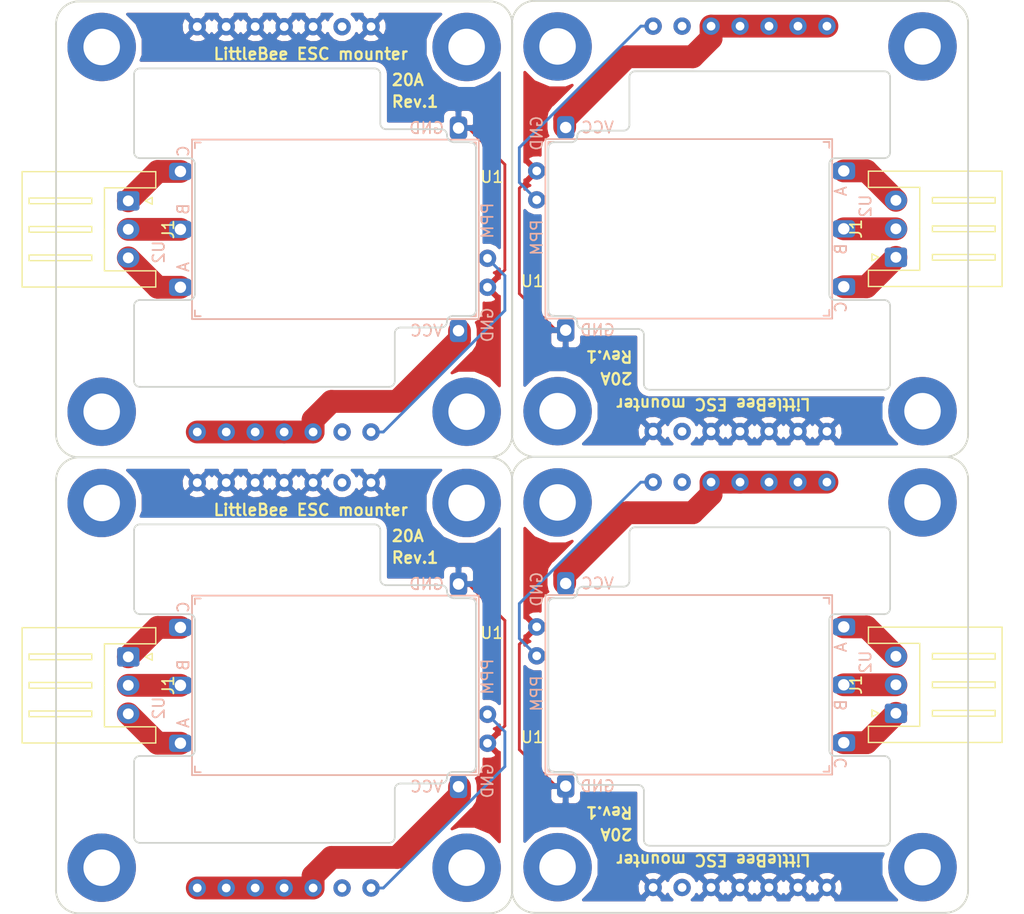
<source format=kicad_pcb>
(kicad_pcb (version 20171130) (host pcbnew 5.0.2+dfsg1-1)

  (general
    (thickness 1.6)
    (drawings 164)
    (tracks 80)
    (zones 0)
    (modules 12)
    (nets 7)
  )

  (page A4)
  (layers
    (0 F.Cu signal)
    (31 B.Cu signal)
    (32 B.Adhes user)
    (33 F.Adhes user)
    (34 B.Paste user)
    (35 F.Paste user)
    (36 B.SilkS user)
    (37 F.SilkS user)
    (38 B.Mask user)
    (39 F.Mask user)
    (40 Dwgs.User user)
    (41 Cmts.User user)
    (42 Eco1.User user)
    (43 Eco2.User user)
    (44 Edge.Cuts user)
    (45 Margin user)
    (46 B.CrtYd user)
    (47 F.CrtYd user)
    (48 B.Fab user)
    (49 F.Fab user)
  )

  (setup
    (last_trace_width 0.25)
    (trace_clearance 0.2)
    (zone_clearance 0.508)
    (zone_45_only no)
    (trace_min 0.2)
    (segment_width 0.2)
    (edge_width 0.15)
    (via_size 0.8)
    (via_drill 0.4)
    (via_min_size 0.4)
    (via_min_drill 0.3)
    (uvia_size 0.3)
    (uvia_drill 0.1)
    (uvias_allowed no)
    (uvia_min_size 0.2)
    (uvia_min_drill 0.1)
    (pcb_text_width 0.3)
    (pcb_text_size 1.5 1.5)
    (mod_edge_width 0.15)
    (mod_text_size 1 1)
    (mod_text_width 0.15)
    (pad_size 1.524 1.524)
    (pad_drill 0.762)
    (pad_to_mask_clearance 0.051)
    (solder_mask_min_width 0.25)
    (aux_axis_origin 0 0)
    (visible_elements FFFFFF7F)
    (pcbplotparams
      (layerselection 0x010fc_ffffffff)
      (usegerberextensions false)
      (usegerberattributes false)
      (usegerberadvancedattributes false)
      (creategerberjobfile false)
      (excludeedgelayer true)
      (linewidth 0.100000)
      (plotframeref false)
      (viasonmask false)
      (mode 1)
      (useauxorigin false)
      (hpglpennumber 1)
      (hpglpenspeed 20)
      (hpglpendiameter 15.000000)
      (psnegative false)
      (psa4output false)
      (plotreference true)
      (plotvalue true)
      (plotinvisibletext false)
      (padsonsilk false)
      (subtractmaskfromsilk false)
      (outputformat 1)
      (mirror false)
      (drillshape 1)
      (scaleselection 1)
      (outputdirectory ""))
  )

  (net 0 "")
  (net 1 "Net-(J1-Pad1)")
  (net 2 "Net-(J1-Pad2)")
  (net 3 "Net-(J1-Pad3)")
  (net 4 GND)
  (net 5 12V)
  (net 6 PPM)

  (net_class Default "This is the default net class."
    (clearance 0.2)
    (trace_width 0.25)
    (via_dia 0.8)
    (via_drill 0.4)
    (uvia_dia 0.3)
    (uvia_drill 0.1)
    (add_net 12V)
    (add_net GND)
    (add_net "Net-(J1-Pad1)")
    (add_net "Net-(J1-Pad2)")
    (add_net "Net-(J1-Pad3)")
    (add_net PPM)
  )

  (module custom-footprints:4010-fan-ESC (layer F.Cu) (tedit 623E64D6) (tstamp 623F0345)
    (at 169.974 109.959 180)
    (path /623EDB8D)
    (fp_text reference U1 (at 18.209 -4.595 180) (layer F.SilkS)
      (effects (font (size 1 1) (thickness 0.15)))
    )
    (fp_text value 4010-fan-ESC (at 0 -0.5 180) (layer F.Fab)
      (effects (font (size 1 1) (thickness 0.15)))
    )
    (fp_line (start -20 -18) (end -20 18) (layer F.SilkS) (width 0.15))
    (fp_line (start 18 -20) (end -18 -20) (layer F.SilkS) (width 0.15))
    (fp_line (start 20 18) (end 20 -18) (layer F.SilkS) (width 0.15))
    (fp_line (start -18 20) (end 18 20) (layer F.SilkS) (width 0.15))
    (fp_arc (start -18 18) (end -20 18) (angle -90) (layer F.SilkS) (width 0.15))
    (fp_arc (start 18 18) (end 18 20) (angle -90) (layer F.SilkS) (width 0.15))
    (fp_arc (start 18 -18) (end 20 -18) (angle -90) (layer F.SilkS) (width 0.15))
    (fp_arc (start -18 -18) (end -18 -20) (angle -90) (layer F.SilkS) (width 0.15))
    (pad 14 thru_hole circle (at 7.62 17.78 180) (size 1.524 1.524) (drill 0.762) (layers *.Cu *.Mask))
    (pad 13 thru_hole circle (at 5.08 17.78 180) (size 1.524 1.524) (drill 0.762) (layers *.Cu *.Mask))
    (pad 12 thru_hole circle (at 2.54 17.78 180) (size 1.524 1.524) (drill 0.762) (layers *.Cu *.Mask))
    (pad 11 thru_hole circle (at 0 17.78 180) (size 1.524 1.524) (drill 0.762) (layers *.Cu *.Mask))
    (pad 10 thru_hole circle (at -2.54 17.78 180) (size 1.524 1.524) (drill 0.762) (layers *.Cu *.Mask))
    (pad 9 thru_hole circle (at -5.08 17.78 180) (size 1.524 1.524) (drill 0.762) (layers *.Cu *.Mask))
    (pad 8 thru_hole circle (at -7.62 17.78 180) (size 1.524 1.524) (drill 0.762) (layers *.Cu *.Mask))
    (pad 7 thru_hole circle (at 7.62 -17.78 180) (size 1.524 1.524) (drill 0.762) (layers *.Cu *.Mask))
    (pad 6 thru_hole circle (at 5.08 -17.78 180) (size 1.524 1.524) (drill 0.762) (layers *.Cu *.Mask))
    (pad 5 thru_hole circle (at 2.54 -17.78 180) (size 1.524 1.524) (drill 0.762) (layers *.Cu *.Mask))
    (pad 4 thru_hole circle (at 0 -17.78 180) (size 1.524 1.524) (drill 0.762) (layers *.Cu *.Mask))
    (pad 3 thru_hole circle (at -2.54 -17.78 180) (size 1.524 1.524) (drill 0.762) (layers *.Cu *.Mask))
    (pad 2 thru_hole circle (at -5.08 -17.78 180) (size 1.524 1.524) (drill 0.762) (layers *.Cu *.Mask))
    (pad 1 thru_hole circle (at -7.62 -17.78 180) (size 1.524 1.524) (drill 0.762) (layers *.Cu *.Mask))
    (pad "" thru_hole circle (at -16 16 180) (size 6 6) (drill 3.2) (layers *.Cu *.Mask))
    (pad "" thru_hole circle (at 16 -16 180) (size 6 6) (drill 3.2) (layers *.Cu *.Mask))
    (pad "" thru_hole circle (at -16 -16 180) (size 6 6) (drill 3.2) (layers *.Cu *.Mask))
    (pad "" thru_hole circle (at 16 16 180) (size 6 6) (drill 3.2) (layers *.Cu *.Mask))
  )

  (module custom-footprints:ECS_LittleBee-20A locked (layer B.Cu) (tedit 6237F501) (tstamp 623F0328)
    (at 181.356 109.959 270)
    (path /624497E6)
    (fp_text reference U2 (at -2 0.382 270) (layer B.SilkS)
      (effects (font (size 1 1) (thickness 0.15)) (justify mirror))
    )
    (fp_text value ESC-LittleBee (at 0 0.5 270) (layer B.Fab)
      (effects (font (size 1 1) (thickness 0.15)) (justify mirror))
    )
    (fp_line (start -7.874 28.448) (end 7.874 28.448) (layer B.SilkS) (width 0.15))
    (fp_line (start -7.874 3.302) (end 7.874 3.302) (layer B.SilkS) (width 0.15))
    (fp_line (start 7.874 28.448) (end 7.874 3.302) (layer B.SilkS) (width 0.15))
    (fp_line (start -7.874 28.448) (end -7.874 3.302) (layer B.SilkS) (width 0.15))
    (fp_line (start 7.62 3.556) (end 7.62 4.064) (layer B.SilkS) (width 0.15))
    (fp_line (start 7.112 3.556) (end 7.62 3.556) (layer B.SilkS) (width 0.15))
    (fp_line (start -7.62 3.556) (end -7.62 4.064) (layer B.SilkS) (width 0.15))
    (fp_line (start -7.112 3.556) (end -7.62 3.556) (layer B.SilkS) (width 0.15))
    (fp_line (start 7.62 28.194) (end 7.62 27.686) (layer B.SilkS) (width 0.15))
    (fp_line (start 7.112 28.194) (end 7.62 28.194) (layer B.SilkS) (width 0.15))
    (fp_line (start -7.62 28.194) (end -7.62 27.686) (layer B.SilkS) (width 0.15))
    (fp_line (start -7.112 28.194) (end -7.62 28.194) (layer B.SilkS) (width 0.15))
    (fp_text user GND (at -8.382 29.21 270) (layer B.SilkS)
      (effects (font (size 1 1) (thickness 0.15)) (justify mirror))
    )
    (fp_text user PPM (at 0.762 29.21 270) (layer B.SilkS)
      (effects (font (size 1 1) (thickness 0.15)) (justify mirror))
    )
    (fp_text user GND (at 8.89 23.876 180) (layer B.SilkS)
      (effects (font (size 1 1) (thickness 0.15)) (justify mirror))
    )
    (fp_text user VCC (at -8.89 23.876 180) (layer B.SilkS)
      (effects (font (size 1 1) (thickness 0.15)) (justify mirror))
    )
    (fp_text user C (at 6.858 2.54 270) (layer B.SilkS)
      (effects (font (size 1 1) (thickness 0.15)) (justify mirror))
    )
    (fp_text user B (at 1.778 2.54 270) (layer B.SilkS)
      (effects (font (size 1 1) (thickness 0.15)) (justify mirror))
    )
    (fp_text user A (at -3.302 2.54 270) (layer B.SilkS)
      (effects (font (size 1 1) (thickness 0.15)) (justify mirror))
    )
    (pad 6 thru_hole circle (at -2.54 29.21 270) (size 1.524 1.524) (drill 0.762) (layers *.Cu *.Mask))
    (pad 4 thru_hole roundrect (at 8.89 26.67 270) (size 2 1.524) (drill 1) (layers *.Cu *.Mask) (roundrect_rratio 0.25))
    (pad 5 thru_hole roundrect (at -8.89 26.67 270) (size 2 1.524) (drill 1) (layers *.Cu *.Mask) (roundrect_rratio 0.25))
    (pad 7 thru_hole circle (at -5.08 29.21 270) (size 1.524 1.524) (drill 0.762) (layers *.Cu *.Mask))
    (pad 3 thru_hole roundrect (at 5.08 2.286 270) (size 1.524 2) (drill 1) (layers *.Cu *.Mask) (roundrect_rratio 0.25))
    (pad 2 thru_hole roundrect (at 0 2.286 270) (size 1.524 2) (drill 1) (layers *.Cu *.Mask) (roundrect_rratio 0.25))
    (pad 1 thru_hole roundrect (at -5.08 2.286 270) (size 1.524 2) (drill 1) (layers *.Cu *.Mask) (roundrect_rratio 0.25))
  )

  (module Connector_JST:JST_XH_S03B-XH-A_1x03_P2.50mm_Horizontal locked (layer F.Cu) (tedit 5B775209) (tstamp 623F02F8)
    (at 183.642 112.459 90)
    (descr "JST XH series connector, S03B-XH-A (http://www.jst-mfg.com/product/pdf/eng/eXH.pdf), generated with kicad-footprint-generator")
    (tags "connector JST XH top entry")
    (path /624498B3)
    (fp_text reference J1 (at 2.5 -3.5 90) (layer F.SilkS)
      (effects (font (size 1 1) (thickness 0.15)))
    )
    (fp_text value Conn_01x03_Female (at 2.5 10.4 90) (layer F.Fab)
      (effects (font (size 1 1) (thickness 0.15)))
    )
    (fp_text user %R (at 2.5 3.45 90) (layer F.Fab)
      (effects (font (size 1 1) (thickness 0.15)))
    )
    (fp_line (start 0 1.2) (end 0.625 2.2) (layer F.Fab) (width 0.1))
    (fp_line (start -0.625 2.2) (end 0 1.2) (layer F.Fab) (width 0.1))
    (fp_line (start 0.3 -2.1) (end 0 -1.5) (layer F.SilkS) (width 0.12))
    (fp_line (start -0.3 -2.1) (end 0.3 -2.1) (layer F.SilkS) (width 0.12))
    (fp_line (start 0 -1.5) (end -0.3 -2.1) (layer F.SilkS) (width 0.12))
    (fp_line (start 5.25 3.2) (end 4.75 3.2) (layer F.SilkS) (width 0.12))
    (fp_line (start 5.25 8.7) (end 5.25 3.2) (layer F.SilkS) (width 0.12))
    (fp_line (start 4.75 8.7) (end 5.25 8.7) (layer F.SilkS) (width 0.12))
    (fp_line (start 4.75 3.2) (end 4.75 8.7) (layer F.SilkS) (width 0.12))
    (fp_line (start 2.75 3.2) (end 2.25 3.2) (layer F.SilkS) (width 0.12))
    (fp_line (start 2.75 8.7) (end 2.75 3.2) (layer F.SilkS) (width 0.12))
    (fp_line (start 2.25 8.7) (end 2.75 8.7) (layer F.SilkS) (width 0.12))
    (fp_line (start 2.25 3.2) (end 2.25 8.7) (layer F.SilkS) (width 0.12))
    (fp_line (start 0.25 3.2) (end -0.25 3.2) (layer F.SilkS) (width 0.12))
    (fp_line (start 0.25 8.7) (end 0.25 3.2) (layer F.SilkS) (width 0.12))
    (fp_line (start -0.25 8.7) (end 0.25 8.7) (layer F.SilkS) (width 0.12))
    (fp_line (start -0.25 3.2) (end -0.25 8.7) (layer F.SilkS) (width 0.12))
    (fp_line (start 6.25 2.2) (end 2.5 2.2) (layer F.Fab) (width 0.1))
    (fp_line (start 6.25 -2.3) (end 6.25 2.2) (layer F.Fab) (width 0.1))
    (fp_line (start 7.45 -2.3) (end 6.25 -2.3) (layer F.Fab) (width 0.1))
    (fp_line (start 7.45 9.2) (end 7.45 -2.3) (layer F.Fab) (width 0.1))
    (fp_line (start 2.5 9.2) (end 7.45 9.2) (layer F.Fab) (width 0.1))
    (fp_line (start -1.25 2.2) (end 2.5 2.2) (layer F.Fab) (width 0.1))
    (fp_line (start -1.25 -2.3) (end -1.25 2.2) (layer F.Fab) (width 0.1))
    (fp_line (start -2.45 -2.3) (end -1.25 -2.3) (layer F.Fab) (width 0.1))
    (fp_line (start -2.45 9.2) (end -2.45 -2.3) (layer F.Fab) (width 0.1))
    (fp_line (start 2.5 9.2) (end -2.45 9.2) (layer F.Fab) (width 0.1))
    (fp_line (start 6.14 2.09) (end 2.5 2.09) (layer F.SilkS) (width 0.12))
    (fp_line (start 6.14 -2.41) (end 6.14 2.09) (layer F.SilkS) (width 0.12))
    (fp_line (start 7.56 -2.41) (end 6.14 -2.41) (layer F.SilkS) (width 0.12))
    (fp_line (start 7.56 9.31) (end 7.56 -2.41) (layer F.SilkS) (width 0.12))
    (fp_line (start 2.5 9.31) (end 7.56 9.31) (layer F.SilkS) (width 0.12))
    (fp_line (start -1.14 2.09) (end 2.5 2.09) (layer F.SilkS) (width 0.12))
    (fp_line (start -1.14 -2.41) (end -1.14 2.09) (layer F.SilkS) (width 0.12))
    (fp_line (start -2.56 -2.41) (end -1.14 -2.41) (layer F.SilkS) (width 0.12))
    (fp_line (start -2.56 9.31) (end -2.56 -2.41) (layer F.SilkS) (width 0.12))
    (fp_line (start 2.5 9.31) (end -2.56 9.31) (layer F.SilkS) (width 0.12))
    (fp_line (start 7.95 -2.8) (end -2.95 -2.8) (layer F.CrtYd) (width 0.05))
    (fp_line (start 7.95 9.7) (end 7.95 -2.8) (layer F.CrtYd) (width 0.05))
    (fp_line (start -2.95 9.7) (end 7.95 9.7) (layer F.CrtYd) (width 0.05))
    (fp_line (start -2.95 -2.8) (end -2.95 9.7) (layer F.CrtYd) (width 0.05))
    (pad 3 thru_hole oval (at 5 0 90) (size 1.7 1.95) (drill 0.95) (layers *.Cu *.Mask))
    (pad 2 thru_hole oval (at 2.5 0 90) (size 1.7 1.95) (drill 0.95) (layers *.Cu *.Mask))
    (pad 1 thru_hole roundrect (at 0 0 90) (size 1.7 1.95) (drill 0.95) (layers *.Cu *.Mask) (roundrect_rratio 0.147059))
    (model ${KISYS3DMOD}/Connector_JST.3dshapes/JST_XH_S03B-XH-A_1x03_P2.50mm_Horizontal.wrl
      (at (xyz 0 0 0))
      (scale (xyz 1 1 1))
      (rotate (xyz 0 0 0))
    )
  )

  (module custom-footprints:4010-fan-ESC (layer F.Cu) (tedit 623E64D6) (tstamp 623F0345)
    (at 130 110.005)
    (path /623EDB8D)
    (fp_text reference U1 (at 18.209 -4.595) (layer F.SilkS)
      (effects (font (size 1 1) (thickness 0.15)))
    )
    (fp_text value 4010-fan-ESC (at 0 -0.5) (layer F.Fab)
      (effects (font (size 1 1) (thickness 0.15)))
    )
    (fp_line (start -20 -18) (end -20 18) (layer F.SilkS) (width 0.15))
    (fp_line (start 18 -20) (end -18 -20) (layer F.SilkS) (width 0.15))
    (fp_line (start 20 18) (end 20 -18) (layer F.SilkS) (width 0.15))
    (fp_line (start -18 20) (end 18 20) (layer F.SilkS) (width 0.15))
    (fp_arc (start -18 18) (end -20 18) (angle -90) (layer F.SilkS) (width 0.15))
    (fp_arc (start 18 18) (end 18 20) (angle -90) (layer F.SilkS) (width 0.15))
    (fp_arc (start 18 -18) (end 20 -18) (angle -90) (layer F.SilkS) (width 0.15))
    (fp_arc (start -18 -18) (end -18 -20) (angle -90) (layer F.SilkS) (width 0.15))
    (pad 14 thru_hole circle (at 7.62 17.78) (size 1.524 1.524) (drill 0.762) (layers *.Cu *.Mask))
    (pad 13 thru_hole circle (at 5.08 17.78) (size 1.524 1.524) (drill 0.762) (layers *.Cu *.Mask))
    (pad 12 thru_hole circle (at 2.54 17.78) (size 1.524 1.524) (drill 0.762) (layers *.Cu *.Mask))
    (pad 11 thru_hole circle (at 0 17.78) (size 1.524 1.524) (drill 0.762) (layers *.Cu *.Mask))
    (pad 10 thru_hole circle (at -2.54 17.78) (size 1.524 1.524) (drill 0.762) (layers *.Cu *.Mask))
    (pad 9 thru_hole circle (at -5.08 17.78) (size 1.524 1.524) (drill 0.762) (layers *.Cu *.Mask))
    (pad 8 thru_hole circle (at -7.62 17.78) (size 1.524 1.524) (drill 0.762) (layers *.Cu *.Mask))
    (pad 7 thru_hole circle (at 7.62 -17.78) (size 1.524 1.524) (drill 0.762) (layers *.Cu *.Mask))
    (pad 6 thru_hole circle (at 5.08 -17.78) (size 1.524 1.524) (drill 0.762) (layers *.Cu *.Mask))
    (pad 5 thru_hole circle (at 2.54 -17.78) (size 1.524 1.524) (drill 0.762) (layers *.Cu *.Mask))
    (pad 4 thru_hole circle (at 0 -17.78) (size 1.524 1.524) (drill 0.762) (layers *.Cu *.Mask))
    (pad 3 thru_hole circle (at -2.54 -17.78) (size 1.524 1.524) (drill 0.762) (layers *.Cu *.Mask))
    (pad 2 thru_hole circle (at -5.08 -17.78) (size 1.524 1.524) (drill 0.762) (layers *.Cu *.Mask))
    (pad 1 thru_hole circle (at -7.62 -17.78) (size 1.524 1.524) (drill 0.762) (layers *.Cu *.Mask))
    (pad "" thru_hole circle (at -16 16) (size 6 6) (drill 3.2) (layers *.Cu *.Mask))
    (pad "" thru_hole circle (at 16 -16) (size 6 6) (drill 3.2) (layers *.Cu *.Mask))
    (pad "" thru_hole circle (at -16 -16) (size 6 6) (drill 3.2) (layers *.Cu *.Mask))
    (pad "" thru_hole circle (at 16 16) (size 6 6) (drill 3.2) (layers *.Cu *.Mask))
  )

  (module custom-footprints:ECS_LittleBee-20A locked (layer B.Cu) (tedit 6237F501) (tstamp 623F0328)
    (at 118.618 110.005 90)
    (path /624497E6)
    (fp_text reference U2 (at -2 0.382 90) (layer B.SilkS)
      (effects (font (size 1 1) (thickness 0.15)) (justify mirror))
    )
    (fp_text value ESC-LittleBee (at 0 0.5 90) (layer B.Fab)
      (effects (font (size 1 1) (thickness 0.15)) (justify mirror))
    )
    (fp_line (start -7.874 28.448) (end 7.874 28.448) (layer B.SilkS) (width 0.15))
    (fp_line (start -7.874 3.302) (end 7.874 3.302) (layer B.SilkS) (width 0.15))
    (fp_line (start 7.874 28.448) (end 7.874 3.302) (layer B.SilkS) (width 0.15))
    (fp_line (start -7.874 28.448) (end -7.874 3.302) (layer B.SilkS) (width 0.15))
    (fp_line (start 7.62 3.556) (end 7.62 4.064) (layer B.SilkS) (width 0.15))
    (fp_line (start 7.112 3.556) (end 7.62 3.556) (layer B.SilkS) (width 0.15))
    (fp_line (start -7.62 3.556) (end -7.62 4.064) (layer B.SilkS) (width 0.15))
    (fp_line (start -7.112 3.556) (end -7.62 3.556) (layer B.SilkS) (width 0.15))
    (fp_line (start 7.62 28.194) (end 7.62 27.686) (layer B.SilkS) (width 0.15))
    (fp_line (start 7.112 28.194) (end 7.62 28.194) (layer B.SilkS) (width 0.15))
    (fp_line (start -7.62 28.194) (end -7.62 27.686) (layer B.SilkS) (width 0.15))
    (fp_line (start -7.112 28.194) (end -7.62 28.194) (layer B.SilkS) (width 0.15))
    (fp_text user GND (at -8.382 29.21 90) (layer B.SilkS)
      (effects (font (size 1 1) (thickness 0.15)) (justify mirror))
    )
    (fp_text user PPM (at 0.762 29.21 90) (layer B.SilkS)
      (effects (font (size 1 1) (thickness 0.15)) (justify mirror))
    )
    (fp_text user GND (at 8.89 23.876) (layer B.SilkS)
      (effects (font (size 1 1) (thickness 0.15)) (justify mirror))
    )
    (fp_text user VCC (at -8.89 23.876) (layer B.SilkS)
      (effects (font (size 1 1) (thickness 0.15)) (justify mirror))
    )
    (fp_text user C (at 6.858 2.54 90) (layer B.SilkS)
      (effects (font (size 1 1) (thickness 0.15)) (justify mirror))
    )
    (fp_text user B (at 1.778 2.54 90) (layer B.SilkS)
      (effects (font (size 1 1) (thickness 0.15)) (justify mirror))
    )
    (fp_text user A (at -3.302 2.54 90) (layer B.SilkS)
      (effects (font (size 1 1) (thickness 0.15)) (justify mirror))
    )
    (pad 6 thru_hole circle (at -2.54 29.21 90) (size 1.524 1.524) (drill 0.762) (layers *.Cu *.Mask))
    (pad 4 thru_hole roundrect (at 8.89 26.67 90) (size 2 1.524) (drill 1) (layers *.Cu *.Mask) (roundrect_rratio 0.25))
    (pad 5 thru_hole roundrect (at -8.89 26.67 90) (size 2 1.524) (drill 1) (layers *.Cu *.Mask) (roundrect_rratio 0.25))
    (pad 7 thru_hole circle (at -5.08 29.21 90) (size 1.524 1.524) (drill 0.762) (layers *.Cu *.Mask))
    (pad 3 thru_hole roundrect (at 5.08 2.286 90) (size 1.524 2) (drill 1) (layers *.Cu *.Mask) (roundrect_rratio 0.25))
    (pad 2 thru_hole roundrect (at 0 2.286 90) (size 1.524 2) (drill 1) (layers *.Cu *.Mask) (roundrect_rratio 0.25))
    (pad 1 thru_hole roundrect (at -5.08 2.286 90) (size 1.524 2) (drill 1) (layers *.Cu *.Mask) (roundrect_rratio 0.25))
  )

  (module Connector_JST:JST_XH_S03B-XH-A_1x03_P2.50mm_Horizontal locked (layer F.Cu) (tedit 5B775209) (tstamp 623F02F8)
    (at 116.332 107.505 270)
    (descr "JST XH series connector, S03B-XH-A (http://www.jst-mfg.com/product/pdf/eng/eXH.pdf), generated with kicad-footprint-generator")
    (tags "connector JST XH top entry")
    (path /624498B3)
    (fp_text reference J1 (at 2.5 -3.5 270) (layer F.SilkS)
      (effects (font (size 1 1) (thickness 0.15)))
    )
    (fp_text value Conn_01x03_Female (at 2.5 10.4 270) (layer F.Fab)
      (effects (font (size 1 1) (thickness 0.15)))
    )
    (fp_text user %R (at 2.5 3.45 270) (layer F.Fab)
      (effects (font (size 1 1) (thickness 0.15)))
    )
    (fp_line (start 0 1.2) (end 0.625 2.2) (layer F.Fab) (width 0.1))
    (fp_line (start -0.625 2.2) (end 0 1.2) (layer F.Fab) (width 0.1))
    (fp_line (start 0.3 -2.1) (end 0 -1.5) (layer F.SilkS) (width 0.12))
    (fp_line (start -0.3 -2.1) (end 0.3 -2.1) (layer F.SilkS) (width 0.12))
    (fp_line (start 0 -1.5) (end -0.3 -2.1) (layer F.SilkS) (width 0.12))
    (fp_line (start 5.25 3.2) (end 4.75 3.2) (layer F.SilkS) (width 0.12))
    (fp_line (start 5.25 8.7) (end 5.25 3.2) (layer F.SilkS) (width 0.12))
    (fp_line (start 4.75 8.7) (end 5.25 8.7) (layer F.SilkS) (width 0.12))
    (fp_line (start 4.75 3.2) (end 4.75 8.7) (layer F.SilkS) (width 0.12))
    (fp_line (start 2.75 3.2) (end 2.25 3.2) (layer F.SilkS) (width 0.12))
    (fp_line (start 2.75 8.7) (end 2.75 3.2) (layer F.SilkS) (width 0.12))
    (fp_line (start 2.25 8.7) (end 2.75 8.7) (layer F.SilkS) (width 0.12))
    (fp_line (start 2.25 3.2) (end 2.25 8.7) (layer F.SilkS) (width 0.12))
    (fp_line (start 0.25 3.2) (end -0.25 3.2) (layer F.SilkS) (width 0.12))
    (fp_line (start 0.25 8.7) (end 0.25 3.2) (layer F.SilkS) (width 0.12))
    (fp_line (start -0.25 8.7) (end 0.25 8.7) (layer F.SilkS) (width 0.12))
    (fp_line (start -0.25 3.2) (end -0.25 8.7) (layer F.SilkS) (width 0.12))
    (fp_line (start 6.25 2.2) (end 2.5 2.2) (layer F.Fab) (width 0.1))
    (fp_line (start 6.25 -2.3) (end 6.25 2.2) (layer F.Fab) (width 0.1))
    (fp_line (start 7.45 -2.3) (end 6.25 -2.3) (layer F.Fab) (width 0.1))
    (fp_line (start 7.45 9.2) (end 7.45 -2.3) (layer F.Fab) (width 0.1))
    (fp_line (start 2.5 9.2) (end 7.45 9.2) (layer F.Fab) (width 0.1))
    (fp_line (start -1.25 2.2) (end 2.5 2.2) (layer F.Fab) (width 0.1))
    (fp_line (start -1.25 -2.3) (end -1.25 2.2) (layer F.Fab) (width 0.1))
    (fp_line (start -2.45 -2.3) (end -1.25 -2.3) (layer F.Fab) (width 0.1))
    (fp_line (start -2.45 9.2) (end -2.45 -2.3) (layer F.Fab) (width 0.1))
    (fp_line (start 2.5 9.2) (end -2.45 9.2) (layer F.Fab) (width 0.1))
    (fp_line (start 6.14 2.09) (end 2.5 2.09) (layer F.SilkS) (width 0.12))
    (fp_line (start 6.14 -2.41) (end 6.14 2.09) (layer F.SilkS) (width 0.12))
    (fp_line (start 7.56 -2.41) (end 6.14 -2.41) (layer F.SilkS) (width 0.12))
    (fp_line (start 7.56 9.31) (end 7.56 -2.41) (layer F.SilkS) (width 0.12))
    (fp_line (start 2.5 9.31) (end 7.56 9.31) (layer F.SilkS) (width 0.12))
    (fp_line (start -1.14 2.09) (end 2.5 2.09) (layer F.SilkS) (width 0.12))
    (fp_line (start -1.14 -2.41) (end -1.14 2.09) (layer F.SilkS) (width 0.12))
    (fp_line (start -2.56 -2.41) (end -1.14 -2.41) (layer F.SilkS) (width 0.12))
    (fp_line (start -2.56 9.31) (end -2.56 -2.41) (layer F.SilkS) (width 0.12))
    (fp_line (start 2.5 9.31) (end -2.56 9.31) (layer F.SilkS) (width 0.12))
    (fp_line (start 7.95 -2.8) (end -2.95 -2.8) (layer F.CrtYd) (width 0.05))
    (fp_line (start 7.95 9.7) (end 7.95 -2.8) (layer F.CrtYd) (width 0.05))
    (fp_line (start -2.95 9.7) (end 7.95 9.7) (layer F.CrtYd) (width 0.05))
    (fp_line (start -2.95 -2.8) (end -2.95 9.7) (layer F.CrtYd) (width 0.05))
    (pad 3 thru_hole oval (at 5 0 270) (size 1.7 1.95) (drill 0.95) (layers *.Cu *.Mask))
    (pad 2 thru_hole oval (at 2.5 0 270) (size 1.7 1.95) (drill 0.95) (layers *.Cu *.Mask))
    (pad 1 thru_hole roundrect (at 0 0 270) (size 1.7 1.95) (drill 0.95) (layers *.Cu *.Mask) (roundrect_rratio 0.147059))
    (model ${KISYS3DMOD}/Connector_JST.3dshapes/JST_XH_S03B-XH-A_1x03_P2.50mm_Horizontal.wrl
      (at (xyz 0 0 0))
      (scale (xyz 1 1 1))
      (rotate (xyz 0 0 0))
    )
  )

  (module custom-footprints:4010-fan-ESC (layer F.Cu) (tedit 623E64D6) (tstamp 623F0345)
    (at 169.974 69.954 180)
    (path /623EDB8D)
    (fp_text reference U1 (at 18.209 -4.595 180) (layer F.SilkS)
      (effects (font (size 1 1) (thickness 0.15)))
    )
    (fp_text value 4010-fan-ESC (at 0 -0.5 180) (layer F.Fab)
      (effects (font (size 1 1) (thickness 0.15)))
    )
    (fp_line (start -20 -18) (end -20 18) (layer F.SilkS) (width 0.15))
    (fp_line (start 18 -20) (end -18 -20) (layer F.SilkS) (width 0.15))
    (fp_line (start 20 18) (end 20 -18) (layer F.SilkS) (width 0.15))
    (fp_line (start -18 20) (end 18 20) (layer F.SilkS) (width 0.15))
    (fp_arc (start -18 18) (end -20 18) (angle -90) (layer F.SilkS) (width 0.15))
    (fp_arc (start 18 18) (end 18 20) (angle -90) (layer F.SilkS) (width 0.15))
    (fp_arc (start 18 -18) (end 20 -18) (angle -90) (layer F.SilkS) (width 0.15))
    (fp_arc (start -18 -18) (end -18 -20) (angle -90) (layer F.SilkS) (width 0.15))
    (pad 14 thru_hole circle (at 7.62 17.78 180) (size 1.524 1.524) (drill 0.762) (layers *.Cu *.Mask))
    (pad 13 thru_hole circle (at 5.08 17.78 180) (size 1.524 1.524) (drill 0.762) (layers *.Cu *.Mask))
    (pad 12 thru_hole circle (at 2.54 17.78 180) (size 1.524 1.524) (drill 0.762) (layers *.Cu *.Mask))
    (pad 11 thru_hole circle (at 0 17.78 180) (size 1.524 1.524) (drill 0.762) (layers *.Cu *.Mask))
    (pad 10 thru_hole circle (at -2.54 17.78 180) (size 1.524 1.524) (drill 0.762) (layers *.Cu *.Mask))
    (pad 9 thru_hole circle (at -5.08 17.78 180) (size 1.524 1.524) (drill 0.762) (layers *.Cu *.Mask))
    (pad 8 thru_hole circle (at -7.62 17.78 180) (size 1.524 1.524) (drill 0.762) (layers *.Cu *.Mask))
    (pad 7 thru_hole circle (at 7.62 -17.78 180) (size 1.524 1.524) (drill 0.762) (layers *.Cu *.Mask))
    (pad 6 thru_hole circle (at 5.08 -17.78 180) (size 1.524 1.524) (drill 0.762) (layers *.Cu *.Mask))
    (pad 5 thru_hole circle (at 2.54 -17.78 180) (size 1.524 1.524) (drill 0.762) (layers *.Cu *.Mask))
    (pad 4 thru_hole circle (at 0 -17.78 180) (size 1.524 1.524) (drill 0.762) (layers *.Cu *.Mask))
    (pad 3 thru_hole circle (at -2.54 -17.78 180) (size 1.524 1.524) (drill 0.762) (layers *.Cu *.Mask))
    (pad 2 thru_hole circle (at -5.08 -17.78 180) (size 1.524 1.524) (drill 0.762) (layers *.Cu *.Mask))
    (pad 1 thru_hole circle (at -7.62 -17.78 180) (size 1.524 1.524) (drill 0.762) (layers *.Cu *.Mask))
    (pad "" thru_hole circle (at -16 16 180) (size 6 6) (drill 3.2) (layers *.Cu *.Mask))
    (pad "" thru_hole circle (at 16 -16 180) (size 6 6) (drill 3.2) (layers *.Cu *.Mask))
    (pad "" thru_hole circle (at -16 -16 180) (size 6 6) (drill 3.2) (layers *.Cu *.Mask))
    (pad "" thru_hole circle (at 16 16 180) (size 6 6) (drill 3.2) (layers *.Cu *.Mask))
  )

  (module custom-footprints:ECS_LittleBee-20A locked (layer B.Cu) (tedit 6237F501) (tstamp 623F0328)
    (at 181.356 69.954 270)
    (path /624497E6)
    (fp_text reference U2 (at -2 0.382 270) (layer B.SilkS)
      (effects (font (size 1 1) (thickness 0.15)) (justify mirror))
    )
    (fp_text value ESC-LittleBee (at 0 0.5 270) (layer B.Fab)
      (effects (font (size 1 1) (thickness 0.15)) (justify mirror))
    )
    (fp_line (start -7.874 28.448) (end 7.874 28.448) (layer B.SilkS) (width 0.15))
    (fp_line (start -7.874 3.302) (end 7.874 3.302) (layer B.SilkS) (width 0.15))
    (fp_line (start 7.874 28.448) (end 7.874 3.302) (layer B.SilkS) (width 0.15))
    (fp_line (start -7.874 28.448) (end -7.874 3.302) (layer B.SilkS) (width 0.15))
    (fp_line (start 7.62 3.556) (end 7.62 4.064) (layer B.SilkS) (width 0.15))
    (fp_line (start 7.112 3.556) (end 7.62 3.556) (layer B.SilkS) (width 0.15))
    (fp_line (start -7.62 3.556) (end -7.62 4.064) (layer B.SilkS) (width 0.15))
    (fp_line (start -7.112 3.556) (end -7.62 3.556) (layer B.SilkS) (width 0.15))
    (fp_line (start 7.62 28.194) (end 7.62 27.686) (layer B.SilkS) (width 0.15))
    (fp_line (start 7.112 28.194) (end 7.62 28.194) (layer B.SilkS) (width 0.15))
    (fp_line (start -7.62 28.194) (end -7.62 27.686) (layer B.SilkS) (width 0.15))
    (fp_line (start -7.112 28.194) (end -7.62 28.194) (layer B.SilkS) (width 0.15))
    (fp_text user GND (at -8.382 29.21 270) (layer B.SilkS)
      (effects (font (size 1 1) (thickness 0.15)) (justify mirror))
    )
    (fp_text user PPM (at 0.762 29.21 270) (layer B.SilkS)
      (effects (font (size 1 1) (thickness 0.15)) (justify mirror))
    )
    (fp_text user GND (at 8.89 23.876 180) (layer B.SilkS)
      (effects (font (size 1 1) (thickness 0.15)) (justify mirror))
    )
    (fp_text user VCC (at -8.89 23.876 180) (layer B.SilkS)
      (effects (font (size 1 1) (thickness 0.15)) (justify mirror))
    )
    (fp_text user C (at 6.858 2.54 270) (layer B.SilkS)
      (effects (font (size 1 1) (thickness 0.15)) (justify mirror))
    )
    (fp_text user B (at 1.778 2.54 270) (layer B.SilkS)
      (effects (font (size 1 1) (thickness 0.15)) (justify mirror))
    )
    (fp_text user A (at -3.302 2.54 270) (layer B.SilkS)
      (effects (font (size 1 1) (thickness 0.15)) (justify mirror))
    )
    (pad 6 thru_hole circle (at -2.54 29.21 270) (size 1.524 1.524) (drill 0.762) (layers *.Cu *.Mask))
    (pad 4 thru_hole roundrect (at 8.89 26.67 270) (size 2 1.524) (drill 1) (layers *.Cu *.Mask) (roundrect_rratio 0.25))
    (pad 5 thru_hole roundrect (at -8.89 26.67 270) (size 2 1.524) (drill 1) (layers *.Cu *.Mask) (roundrect_rratio 0.25))
    (pad 7 thru_hole circle (at -5.08 29.21 270) (size 1.524 1.524) (drill 0.762) (layers *.Cu *.Mask))
    (pad 3 thru_hole roundrect (at 5.08 2.286 270) (size 1.524 2) (drill 1) (layers *.Cu *.Mask) (roundrect_rratio 0.25))
    (pad 2 thru_hole roundrect (at 0 2.286 270) (size 1.524 2) (drill 1) (layers *.Cu *.Mask) (roundrect_rratio 0.25))
    (pad 1 thru_hole roundrect (at -5.08 2.286 270) (size 1.524 2) (drill 1) (layers *.Cu *.Mask) (roundrect_rratio 0.25))
  )

  (module Connector_JST:JST_XH_S03B-XH-A_1x03_P2.50mm_Horizontal locked (layer F.Cu) (tedit 5B775209) (tstamp 623F02F8)
    (at 183.642 72.454 90)
    (descr "JST XH series connector, S03B-XH-A (http://www.jst-mfg.com/product/pdf/eng/eXH.pdf), generated with kicad-footprint-generator")
    (tags "connector JST XH top entry")
    (path /624498B3)
    (fp_text reference J1 (at 2.5 -3.5 90) (layer F.SilkS)
      (effects (font (size 1 1) (thickness 0.15)))
    )
    (fp_text value Conn_01x03_Female (at 2.5 10.4 90) (layer F.Fab)
      (effects (font (size 1 1) (thickness 0.15)))
    )
    (fp_text user %R (at 2.5 3.45 90) (layer F.Fab)
      (effects (font (size 1 1) (thickness 0.15)))
    )
    (fp_line (start 0 1.2) (end 0.625 2.2) (layer F.Fab) (width 0.1))
    (fp_line (start -0.625 2.2) (end 0 1.2) (layer F.Fab) (width 0.1))
    (fp_line (start 0.3 -2.1) (end 0 -1.5) (layer F.SilkS) (width 0.12))
    (fp_line (start -0.3 -2.1) (end 0.3 -2.1) (layer F.SilkS) (width 0.12))
    (fp_line (start 0 -1.5) (end -0.3 -2.1) (layer F.SilkS) (width 0.12))
    (fp_line (start 5.25 3.2) (end 4.75 3.2) (layer F.SilkS) (width 0.12))
    (fp_line (start 5.25 8.7) (end 5.25 3.2) (layer F.SilkS) (width 0.12))
    (fp_line (start 4.75 8.7) (end 5.25 8.7) (layer F.SilkS) (width 0.12))
    (fp_line (start 4.75 3.2) (end 4.75 8.7) (layer F.SilkS) (width 0.12))
    (fp_line (start 2.75 3.2) (end 2.25 3.2) (layer F.SilkS) (width 0.12))
    (fp_line (start 2.75 8.7) (end 2.75 3.2) (layer F.SilkS) (width 0.12))
    (fp_line (start 2.25 8.7) (end 2.75 8.7) (layer F.SilkS) (width 0.12))
    (fp_line (start 2.25 3.2) (end 2.25 8.7) (layer F.SilkS) (width 0.12))
    (fp_line (start 0.25 3.2) (end -0.25 3.2) (layer F.SilkS) (width 0.12))
    (fp_line (start 0.25 8.7) (end 0.25 3.2) (layer F.SilkS) (width 0.12))
    (fp_line (start -0.25 8.7) (end 0.25 8.7) (layer F.SilkS) (width 0.12))
    (fp_line (start -0.25 3.2) (end -0.25 8.7) (layer F.SilkS) (width 0.12))
    (fp_line (start 6.25 2.2) (end 2.5 2.2) (layer F.Fab) (width 0.1))
    (fp_line (start 6.25 -2.3) (end 6.25 2.2) (layer F.Fab) (width 0.1))
    (fp_line (start 7.45 -2.3) (end 6.25 -2.3) (layer F.Fab) (width 0.1))
    (fp_line (start 7.45 9.2) (end 7.45 -2.3) (layer F.Fab) (width 0.1))
    (fp_line (start 2.5 9.2) (end 7.45 9.2) (layer F.Fab) (width 0.1))
    (fp_line (start -1.25 2.2) (end 2.5 2.2) (layer F.Fab) (width 0.1))
    (fp_line (start -1.25 -2.3) (end -1.25 2.2) (layer F.Fab) (width 0.1))
    (fp_line (start -2.45 -2.3) (end -1.25 -2.3) (layer F.Fab) (width 0.1))
    (fp_line (start -2.45 9.2) (end -2.45 -2.3) (layer F.Fab) (width 0.1))
    (fp_line (start 2.5 9.2) (end -2.45 9.2) (layer F.Fab) (width 0.1))
    (fp_line (start 6.14 2.09) (end 2.5 2.09) (layer F.SilkS) (width 0.12))
    (fp_line (start 6.14 -2.41) (end 6.14 2.09) (layer F.SilkS) (width 0.12))
    (fp_line (start 7.56 -2.41) (end 6.14 -2.41) (layer F.SilkS) (width 0.12))
    (fp_line (start 7.56 9.31) (end 7.56 -2.41) (layer F.SilkS) (width 0.12))
    (fp_line (start 2.5 9.31) (end 7.56 9.31) (layer F.SilkS) (width 0.12))
    (fp_line (start -1.14 2.09) (end 2.5 2.09) (layer F.SilkS) (width 0.12))
    (fp_line (start -1.14 -2.41) (end -1.14 2.09) (layer F.SilkS) (width 0.12))
    (fp_line (start -2.56 -2.41) (end -1.14 -2.41) (layer F.SilkS) (width 0.12))
    (fp_line (start -2.56 9.31) (end -2.56 -2.41) (layer F.SilkS) (width 0.12))
    (fp_line (start 2.5 9.31) (end -2.56 9.31) (layer F.SilkS) (width 0.12))
    (fp_line (start 7.95 -2.8) (end -2.95 -2.8) (layer F.CrtYd) (width 0.05))
    (fp_line (start 7.95 9.7) (end 7.95 -2.8) (layer F.CrtYd) (width 0.05))
    (fp_line (start -2.95 9.7) (end 7.95 9.7) (layer F.CrtYd) (width 0.05))
    (fp_line (start -2.95 -2.8) (end -2.95 9.7) (layer F.CrtYd) (width 0.05))
    (pad 3 thru_hole oval (at 5 0 90) (size 1.7 1.95) (drill 0.95) (layers *.Cu *.Mask))
    (pad 2 thru_hole oval (at 2.5 0 90) (size 1.7 1.95) (drill 0.95) (layers *.Cu *.Mask))
    (pad 1 thru_hole roundrect (at 0 0 90) (size 1.7 1.95) (drill 0.95) (layers *.Cu *.Mask) (roundrect_rratio 0.147059))
    (model ${KISYS3DMOD}/Connector_JST.3dshapes/JST_XH_S03B-XH-A_1x03_P2.50mm_Horizontal.wrl
      (at (xyz 0 0 0))
      (scale (xyz 1 1 1))
      (rotate (xyz 0 0 0))
    )
  )

  (module custom-footprints:4010-fan-ESC (layer F.Cu) (tedit 623E64D6) (tstamp 623E7A6F)
    (at 130 70)
    (path /623EDB8D)
    (fp_text reference U1 (at 18.209 -4.595) (layer F.SilkS)
      (effects (font (size 1 1) (thickness 0.15)))
    )
    (fp_text value 4010-fan-ESC (at 0 -0.5) (layer F.Fab)
      (effects (font (size 1 1) (thickness 0.15)))
    )
    (fp_arc (start -18 -18) (end -18 -20) (angle -90) (layer F.SilkS) (width 0.15))
    (fp_arc (start 18 -18) (end 20 -18) (angle -90) (layer F.SilkS) (width 0.15))
    (fp_arc (start 18 18) (end 18 20) (angle -90) (layer F.SilkS) (width 0.15))
    (fp_arc (start -18 18) (end -20 18) (angle -90) (layer F.SilkS) (width 0.15))
    (fp_line (start -18 20) (end 18 20) (layer F.SilkS) (width 0.15))
    (fp_line (start 20 18) (end 20 -18) (layer F.SilkS) (width 0.15))
    (fp_line (start 18 -20) (end -18 -20) (layer F.SilkS) (width 0.15))
    (fp_line (start -20 -18) (end -20 18) (layer F.SilkS) (width 0.15))
    (pad "" thru_hole circle (at 16 16) (size 6 6) (drill 3.2) (layers *.Cu *.Mask))
    (pad "" thru_hole circle (at -16 -16) (size 6 6) (drill 3.2) (layers *.Cu *.Mask))
    (pad "" thru_hole circle (at 16 -16) (size 6 6) (drill 3.2) (layers *.Cu *.Mask))
    (pad "" thru_hole circle (at -16 16) (size 6 6) (drill 3.2) (layers *.Cu *.Mask))
    (pad 1 thru_hole circle (at -7.62 -17.78) (size 1.524 1.524) (drill 0.762) (layers *.Cu *.Mask)
      (net 4 GND))
    (pad 2 thru_hole circle (at -5.08 -17.78) (size 1.524 1.524) (drill 0.762) (layers *.Cu *.Mask)
      (net 4 GND))
    (pad 3 thru_hole circle (at -2.54 -17.78) (size 1.524 1.524) (drill 0.762) (layers *.Cu *.Mask)
      (net 4 GND))
    (pad 4 thru_hole circle (at 0 -17.78) (size 1.524 1.524) (drill 0.762) (layers *.Cu *.Mask)
      (net 4 GND))
    (pad 5 thru_hole circle (at 2.54 -17.78) (size 1.524 1.524) (drill 0.762) (layers *.Cu *.Mask)
      (net 4 GND))
    (pad 6 thru_hole circle (at 5.08 -17.78) (size 1.524 1.524) (drill 0.762) (layers *.Cu *.Mask))
    (pad 7 thru_hole circle (at 7.62 -17.78) (size 1.524 1.524) (drill 0.762) (layers *.Cu *.Mask)
      (net 4 GND))
    (pad 8 thru_hole circle (at -7.62 17.78) (size 1.524 1.524) (drill 0.762) (layers *.Cu *.Mask)
      (net 5 12V))
    (pad 9 thru_hole circle (at -5.08 17.78) (size 1.524 1.524) (drill 0.762) (layers *.Cu *.Mask)
      (net 5 12V))
    (pad 10 thru_hole circle (at -2.54 17.78) (size 1.524 1.524) (drill 0.762) (layers *.Cu *.Mask)
      (net 5 12V))
    (pad 11 thru_hole circle (at 0 17.78) (size 1.524 1.524) (drill 0.762) (layers *.Cu *.Mask)
      (net 5 12V))
    (pad 12 thru_hole circle (at 2.54 17.78) (size 1.524 1.524) (drill 0.762) (layers *.Cu *.Mask)
      (net 5 12V))
    (pad 13 thru_hole circle (at 5.08 17.78) (size 1.524 1.524) (drill 0.762) (layers *.Cu *.Mask))
    (pad 14 thru_hole circle (at 7.62 17.78) (size 1.524 1.524) (drill 0.762) (layers *.Cu *.Mask)
      (net 6 PPM))
  )

  (module custom-footprints:ECS_LittleBee-20A locked (layer B.Cu) (tedit 6237F501) (tstamp 623E7A8D)
    (at 118.618 70 90)
    (path /624497E6)
    (fp_text reference U2 (at -2 0.382 90) (layer B.SilkS)
      (effects (font (size 1 1) (thickness 0.15)) (justify mirror))
    )
    (fp_text value ESC-LittleBee (at 0 0.5 90) (layer B.Fab)
      (effects (font (size 1 1) (thickness 0.15)) (justify mirror))
    )
    (fp_text user A (at -3.302 2.54 90) (layer B.SilkS)
      (effects (font (size 1 1) (thickness 0.15)) (justify mirror))
    )
    (fp_text user B (at 1.778 2.54 90) (layer B.SilkS)
      (effects (font (size 1 1) (thickness 0.15)) (justify mirror))
    )
    (fp_text user C (at 6.858 2.54 90) (layer B.SilkS)
      (effects (font (size 1 1) (thickness 0.15)) (justify mirror))
    )
    (fp_text user VCC (at -8.89 23.876) (layer B.SilkS)
      (effects (font (size 1 1) (thickness 0.15)) (justify mirror))
    )
    (fp_text user GND (at 8.89 23.876) (layer B.SilkS)
      (effects (font (size 1 1) (thickness 0.15)) (justify mirror))
    )
    (fp_text user PPM (at 0.762 29.21 90) (layer B.SilkS)
      (effects (font (size 1 1) (thickness 0.15)) (justify mirror))
    )
    (fp_text user GND (at -8.382 29.21 90) (layer B.SilkS)
      (effects (font (size 1 1) (thickness 0.15)) (justify mirror))
    )
    (fp_line (start -7.112 28.194) (end -7.62 28.194) (layer B.SilkS) (width 0.15))
    (fp_line (start -7.62 28.194) (end -7.62 27.686) (layer B.SilkS) (width 0.15))
    (fp_line (start 7.112 28.194) (end 7.62 28.194) (layer B.SilkS) (width 0.15))
    (fp_line (start 7.62 28.194) (end 7.62 27.686) (layer B.SilkS) (width 0.15))
    (fp_line (start -7.112 3.556) (end -7.62 3.556) (layer B.SilkS) (width 0.15))
    (fp_line (start -7.62 3.556) (end -7.62 4.064) (layer B.SilkS) (width 0.15))
    (fp_line (start 7.112 3.556) (end 7.62 3.556) (layer B.SilkS) (width 0.15))
    (fp_line (start 7.62 3.556) (end 7.62 4.064) (layer B.SilkS) (width 0.15))
    (fp_line (start -7.874 28.448) (end -7.874 3.302) (layer B.SilkS) (width 0.15))
    (fp_line (start 7.874 28.448) (end 7.874 3.302) (layer B.SilkS) (width 0.15))
    (fp_line (start -7.874 3.302) (end 7.874 3.302) (layer B.SilkS) (width 0.15))
    (fp_line (start -7.874 28.448) (end 7.874 28.448) (layer B.SilkS) (width 0.15))
    (pad 1 thru_hole roundrect (at -5.08 2.286 90) (size 1.524 2) (drill 1) (layers *.Cu *.Mask) (roundrect_rratio 0.25)
      (net 3 "Net-(J1-Pad3)"))
    (pad 2 thru_hole roundrect (at 0 2.286 90) (size 1.524 2) (drill 1) (layers *.Cu *.Mask) (roundrect_rratio 0.25)
      (net 2 "Net-(J1-Pad2)"))
    (pad 3 thru_hole roundrect (at 5.08 2.286 90) (size 1.524 2) (drill 1) (layers *.Cu *.Mask) (roundrect_rratio 0.25)
      (net 1 "Net-(J1-Pad1)"))
    (pad 7 thru_hole circle (at -5.08 29.21 90) (size 1.524 1.524) (drill 0.762) (layers *.Cu *.Mask)
      (net 4 GND))
    (pad 5 thru_hole roundrect (at -8.89 26.67 90) (size 2 1.524) (drill 1) (layers *.Cu *.Mask) (roundrect_rratio 0.25)
      (net 5 12V))
    (pad 4 thru_hole roundrect (at 8.89 26.67 90) (size 2 1.524) (drill 1) (layers *.Cu *.Mask) (roundrect_rratio 0.25)
      (net 4 GND))
    (pad 6 thru_hole circle (at -2.54 29.21 90) (size 1.524 1.524) (drill 0.762) (layers *.Cu *.Mask)
      (net 6 PPM))
  )

  (module Connector_JST:JST_XH_S03B-XH-A_1x03_P2.50mm_Horizontal locked (layer F.Cu) (tedit 5B775209) (tstamp 623F6026)
    (at 116.332 67.5 270)
    (descr "JST XH series connector, S03B-XH-A (http://www.jst-mfg.com/product/pdf/eng/eXH.pdf), generated with kicad-footprint-generator")
    (tags "connector JST XH top entry")
    (path /624498B3)
    (fp_text reference J1 (at 2.5 -3.5 270) (layer F.SilkS)
      (effects (font (size 1 1) (thickness 0.15)))
    )
    (fp_text value Conn_01x03_Female (at 2.5 10.4 270) (layer F.Fab)
      (effects (font (size 1 1) (thickness 0.15)))
    )
    (fp_line (start -2.95 -2.8) (end -2.95 9.7) (layer F.CrtYd) (width 0.05))
    (fp_line (start -2.95 9.7) (end 7.95 9.7) (layer F.CrtYd) (width 0.05))
    (fp_line (start 7.95 9.7) (end 7.95 -2.8) (layer F.CrtYd) (width 0.05))
    (fp_line (start 7.95 -2.8) (end -2.95 -2.8) (layer F.CrtYd) (width 0.05))
    (fp_line (start 2.5 9.31) (end -2.56 9.31) (layer F.SilkS) (width 0.12))
    (fp_line (start -2.56 9.31) (end -2.56 -2.41) (layer F.SilkS) (width 0.12))
    (fp_line (start -2.56 -2.41) (end -1.14 -2.41) (layer F.SilkS) (width 0.12))
    (fp_line (start -1.14 -2.41) (end -1.14 2.09) (layer F.SilkS) (width 0.12))
    (fp_line (start -1.14 2.09) (end 2.5 2.09) (layer F.SilkS) (width 0.12))
    (fp_line (start 2.5 9.31) (end 7.56 9.31) (layer F.SilkS) (width 0.12))
    (fp_line (start 7.56 9.31) (end 7.56 -2.41) (layer F.SilkS) (width 0.12))
    (fp_line (start 7.56 -2.41) (end 6.14 -2.41) (layer F.SilkS) (width 0.12))
    (fp_line (start 6.14 -2.41) (end 6.14 2.09) (layer F.SilkS) (width 0.12))
    (fp_line (start 6.14 2.09) (end 2.5 2.09) (layer F.SilkS) (width 0.12))
    (fp_line (start 2.5 9.2) (end -2.45 9.2) (layer F.Fab) (width 0.1))
    (fp_line (start -2.45 9.2) (end -2.45 -2.3) (layer F.Fab) (width 0.1))
    (fp_line (start -2.45 -2.3) (end -1.25 -2.3) (layer F.Fab) (width 0.1))
    (fp_line (start -1.25 -2.3) (end -1.25 2.2) (layer F.Fab) (width 0.1))
    (fp_line (start -1.25 2.2) (end 2.5 2.2) (layer F.Fab) (width 0.1))
    (fp_line (start 2.5 9.2) (end 7.45 9.2) (layer F.Fab) (width 0.1))
    (fp_line (start 7.45 9.2) (end 7.45 -2.3) (layer F.Fab) (width 0.1))
    (fp_line (start 7.45 -2.3) (end 6.25 -2.3) (layer F.Fab) (width 0.1))
    (fp_line (start 6.25 -2.3) (end 6.25 2.2) (layer F.Fab) (width 0.1))
    (fp_line (start 6.25 2.2) (end 2.5 2.2) (layer F.Fab) (width 0.1))
    (fp_line (start -0.25 3.2) (end -0.25 8.7) (layer F.SilkS) (width 0.12))
    (fp_line (start -0.25 8.7) (end 0.25 8.7) (layer F.SilkS) (width 0.12))
    (fp_line (start 0.25 8.7) (end 0.25 3.2) (layer F.SilkS) (width 0.12))
    (fp_line (start 0.25 3.2) (end -0.25 3.2) (layer F.SilkS) (width 0.12))
    (fp_line (start 2.25 3.2) (end 2.25 8.7) (layer F.SilkS) (width 0.12))
    (fp_line (start 2.25 8.7) (end 2.75 8.7) (layer F.SilkS) (width 0.12))
    (fp_line (start 2.75 8.7) (end 2.75 3.2) (layer F.SilkS) (width 0.12))
    (fp_line (start 2.75 3.2) (end 2.25 3.2) (layer F.SilkS) (width 0.12))
    (fp_line (start 4.75 3.2) (end 4.75 8.7) (layer F.SilkS) (width 0.12))
    (fp_line (start 4.75 8.7) (end 5.25 8.7) (layer F.SilkS) (width 0.12))
    (fp_line (start 5.25 8.7) (end 5.25 3.2) (layer F.SilkS) (width 0.12))
    (fp_line (start 5.25 3.2) (end 4.75 3.2) (layer F.SilkS) (width 0.12))
    (fp_line (start 0 -1.5) (end -0.3 -2.1) (layer F.SilkS) (width 0.12))
    (fp_line (start -0.3 -2.1) (end 0.3 -2.1) (layer F.SilkS) (width 0.12))
    (fp_line (start 0.3 -2.1) (end 0 -1.5) (layer F.SilkS) (width 0.12))
    (fp_line (start -0.625 2.2) (end 0 1.2) (layer F.Fab) (width 0.1))
    (fp_line (start 0 1.2) (end 0.625 2.2) (layer F.Fab) (width 0.1))
    (fp_text user %R (at 2.5 3.45 270) (layer F.Fab)
      (effects (font (size 1 1) (thickness 0.15)))
    )
    (pad 1 thru_hole roundrect (at 0 0 270) (size 1.7 1.95) (drill 0.95) (layers *.Cu *.Mask) (roundrect_rratio 0.147059)
      (net 1 "Net-(J1-Pad1)"))
    (pad 2 thru_hole oval (at 2.5 0 270) (size 1.7 1.95) (drill 0.95) (layers *.Cu *.Mask)
      (net 2 "Net-(J1-Pad2)"))
    (pad 3 thru_hole oval (at 5 0 270) (size 1.7 1.95) (drill 0.95) (layers *.Cu *.Mask)
      (net 3 "Net-(J1-Pad3)"))
    (model ${KISYS3DMOD}/Connector_JST.3dshapes/JST_XH_S03B-XH-A_1x03_P2.50mm_Horizontal.wrl
      (at (xyz 0 0 0))
      (scale (xyz 1 1 1))
      (rotate (xyz 0 0 0))
    )
  )

  (gr_text Rev.1 (at 158.496 121.158 180) (layer F.SilkS) (tstamp 623F0378)
    (effects (font (size 1 1) (thickness 0.2)))
  )
  (gr_line (start 187.974 129.959) (end 151.974 129.959) (layer Edge.Cuts) (width 0.15) (tstamp 623F0377))
  (gr_line (start 149.974 127.959) (end 149.974 91.959) (layer Edge.Cuts) (width 0.15) (tstamp 623F0376))
  (gr_line (start 151.974 89.959) (end 187.974 89.959) (layer Edge.Cuts) (width 0.15) (tstamp 623F0375))
  (gr_line (start 189.974 91.959) (end 189.974 127.959) (layer Edge.Cuts) (width 0.15) (tstamp 623F0374))
  (gr_arc (start 187.974 127.959) (end 187.974 129.959) (angle -90) (layer Edge.Cuts) (width 0.15) (tstamp 623F0373))
  (gr_arc (start 182.626 96.647) (end 183.134 96.647) (angle -90) (layer Edge.Cuts) (width 0.15) (tstamp 623F0370))
  (gr_line (start 182.626 96.139) (end 160.782 96.139) (layer Edge.Cuts) (width 0.15) (tstamp 623F036F))
  (gr_arc (start 160.782 96.647) (end 160.782 96.139) (angle -90) (layer Edge.Cuts) (width 0.15) (tstamp 623F036E))
  (gr_arc (start 159.766 100.838) (end 159.766 101.346) (angle -90) (layer Edge.Cuts) (width 0.15) (tstamp 623F036D))
  (gr_arc (start 156.21 101.854) (end 156.21 101.346) (angle -90) (layer Edge.Cuts) (width 0.15) (tstamp 623F036C))
  (gr_line (start 159.766 101.346) (end 156.21 101.346) (layer Edge.Cuts) (width 0.15) (tstamp 623F036B))
  (gr_line (start 160.274 100.838) (end 160.274 96.647) (layer Edge.Cuts) (width 0.15) (tstamp 623F036A))
  (gr_arc (start 156.21 118.237) (end 155.702 118.237) (angle -90) (layer Edge.Cuts) (width 0.15) (tstamp 623F0369))
  (gr_arc (start 161.036 119.253) (end 161.544 119.253) (angle -90) (layer Edge.Cuts) (width 0.15) (tstamp 623F0368))
  (gr_line (start 161.036 118.745) (end 156.21 118.745) (layer Edge.Cuts) (width 0.15) (tstamp 623F0367))
  (gr_line (start 182.626 124.079) (end 162.052 124.079) (layer Edge.Cuts) (width 0.15) (tstamp 623F0366))
  (gr_arc (start 162.052 123.571) (end 161.544 123.571) (angle -90) (layer Edge.Cuts) (width 0.15) (tstamp 623F0365))
  (gr_line (start 183.134 116.713) (end 183.134 123.571) (layer Edge.Cuts) (width 0.15) (tstamp 623F02F2))
  (gr_text 20A (at 159.131 123.063 180) (layer F.SilkS) (tstamp 623F02EF)
    (effects (font (size 1 1) (thickness 0.2)))
  )
  (gr_arc (start 182.626 116.713) (end 183.134 116.713) (angle -90) (layer Edge.Cuts) (width 0.15) (tstamp 623F02E5))
  (gr_arc (start 151.974 127.959) (end 149.974 127.959) (angle -90) (layer Edge.Cuts) (width 0.15) (tstamp 623F02E4))
  (gr_arc (start 151.974 91.959) (end 151.974 89.959) (angle -90) (layer Edge.Cuts) (width 0.15) (tstamp 623F02E3))
  (gr_arc (start 187.974 91.959) (end 189.974 91.959) (angle -90) (layer Edge.Cuts) (width 0.15) (tstamp 623F02E2))
  (gr_arc (start 153.67 102.87) (end 153.67 102.362) (angle -90) (layer Edge.Cuts) (width 0.15) (tstamp 623F02E1))
  (gr_arc (start 153.67 117.094) (end 153.162 117.094) (angle -90) (layer Edge.Cuts) (width 0.15) (tstamp 623F02E0))
  (gr_line (start 153.162 102.87) (end 153.162 117.094) (layer Edge.Cuts) (width 0.15) (tstamp 623F02DF))
  (gr_arc (start 155.067 118.237) (end 155.702 118.237) (angle -90) (layer Edge.Cuts) (width 0.15) (tstamp 623F02DE))
  (gr_arc (start 155.194 101.854) (end 155.194 102.362) (angle -90) (layer Edge.Cuts) (width 0.15) (tstamp 623F02DD))
  (gr_line (start 155.067 117.602) (end 153.67 117.602) (layer Edge.Cuts) (width 0.15) (tstamp 623F02DC))
  (gr_line (start 155.194 102.362) (end 153.67 102.362) (layer Edge.Cuts) (width 0.15) (tstamp 623F02DB))
  (gr_arc (start 182.626 123.571) (end 182.626 124.079) (angle -90) (layer Edge.Cuts) (width 0.15) (tstamp 623F02DA))
  (gr_line (start 161.544 123.571) (end 161.544 119.253) (layer Edge.Cuts) (width 0.15) (tstamp 623F02D8))
  (gr_arc (start 178.308 115.697) (end 177.8 115.697) (angle -90) (layer Edge.Cuts) (width 0.15) (tstamp 623F02D7))
  (gr_arc (start 178.308 104.267) (end 178.308 103.759) (angle -90) (layer Edge.Cuts) (width 0.15) (tstamp 623F02D6))
  (gr_line (start 178.308 116.205) (end 182.626 116.205) (layer Edge.Cuts) (width 0.15) (tstamp 623F02D5))
  (gr_text "LittleBee ESC mounter" (at 167.64 125.349 180) (layer F.SilkS) (tstamp 623F02D4)
    (effects (font (size 1 1) (thickness 0.2)))
  )
  (gr_line (start 177.8 115.697) (end 177.8 104.267) (layer Edge.Cuts) (width 0.15) (tstamp 623F02D3))
  (gr_line (start 182.626 103.759) (end 178.308 103.759) (layer Edge.Cuts) (width 0.15) (tstamp 623F02D2))
  (gr_arc (start 182.626 103.251) (end 182.626 103.759) (angle -90) (layer Edge.Cuts) (width 0.15) (tstamp 623F02D1))
  (gr_line (start 183.134 103.251) (end 183.134 96.647) (layer Edge.Cuts) (width 0.15) (tstamp 623F02D0))
  (gr_text Rev.1 (at 141.478 98.806) (layer F.SilkS) (tstamp 623F0378)
    (effects (font (size 1 1) (thickness 0.2)))
  )
  (gr_line (start 112 90.005) (end 148 90.005) (layer Edge.Cuts) (width 0.15) (tstamp 623F0377))
  (gr_line (start 150 92.005) (end 150 128.005) (layer Edge.Cuts) (width 0.15) (tstamp 623F0376))
  (gr_line (start 148 130.005) (end 112 130.005) (layer Edge.Cuts) (width 0.15) (tstamp 623F0375))
  (gr_line (start 110 128.005) (end 110 92.005) (layer Edge.Cuts) (width 0.15) (tstamp 623F0374))
  (gr_arc (start 112 92.005) (end 112 90.005) (angle -90) (layer Edge.Cuts) (width 0.15) (tstamp 623F0373))
  (gr_arc (start 117.348 123.317) (end 116.84 123.317) (angle -90) (layer Edge.Cuts) (width 0.15) (tstamp 623F0370))
  (gr_line (start 117.348 123.825) (end 139.192 123.825) (layer Edge.Cuts) (width 0.15) (tstamp 623F036F))
  (gr_arc (start 139.192 123.317) (end 139.192 123.825) (angle -90) (layer Edge.Cuts) (width 0.15) (tstamp 623F036E))
  (gr_arc (start 140.208 119.126) (end 140.208 118.618) (angle -90) (layer Edge.Cuts) (width 0.15) (tstamp 623F036D))
  (gr_arc (start 143.764 118.11) (end 143.764 118.618) (angle -90) (layer Edge.Cuts) (width 0.15) (tstamp 623F036C))
  (gr_line (start 140.208 118.618) (end 143.764 118.618) (layer Edge.Cuts) (width 0.15) (tstamp 623F036B))
  (gr_line (start 139.7 119.126) (end 139.7 123.317) (layer Edge.Cuts) (width 0.15) (tstamp 623F036A))
  (gr_arc (start 143.764 101.727) (end 144.272 101.727) (angle -90) (layer Edge.Cuts) (width 0.15) (tstamp 623F0369))
  (gr_arc (start 138.938 100.711) (end 138.43 100.711) (angle -90) (layer Edge.Cuts) (width 0.15) (tstamp 623F0368))
  (gr_line (start 138.938 101.219) (end 143.764 101.219) (layer Edge.Cuts) (width 0.15) (tstamp 623F0367))
  (gr_line (start 117.348 95.885) (end 137.922 95.885) (layer Edge.Cuts) (width 0.15) (tstamp 623F0366))
  (gr_arc (start 137.922 96.393) (end 138.43 96.393) (angle -90) (layer Edge.Cuts) (width 0.15) (tstamp 623F0365))
  (gr_line (start 116.84 103.251) (end 116.84 96.393) (layer Edge.Cuts) (width 0.15) (tstamp 623F02F2))
  (gr_text 20A (at 140.843 96.901) (layer F.SilkS) (tstamp 623F02EF)
    (effects (font (size 1 1) (thickness 0.2)))
  )
  (gr_arc (start 117.348 103.251) (end 116.84 103.251) (angle -90) (layer Edge.Cuts) (width 0.15) (tstamp 623F02E5))
  (gr_arc (start 148 92.005) (end 150 92.005) (angle -90) (layer Edge.Cuts) (width 0.15) (tstamp 623F02E4))
  (gr_arc (start 148 128.005) (end 148 130.005) (angle -90) (layer Edge.Cuts) (width 0.15) (tstamp 623F02E3))
  (gr_arc (start 112 128.005) (end 110 128.005) (angle -90) (layer Edge.Cuts) (width 0.15) (tstamp 623F02E2))
  (gr_arc (start 146.304 117.094) (end 146.304 117.602) (angle -90) (layer Edge.Cuts) (width 0.15) (tstamp 623F02E1))
  (gr_arc (start 146.304 102.87) (end 146.812 102.87) (angle -90) (layer Edge.Cuts) (width 0.15) (tstamp 623F02E0))
  (gr_line (start 146.812 117.094) (end 146.812 102.87) (layer Edge.Cuts) (width 0.15) (tstamp 623F02DF))
  (gr_arc (start 144.907 101.727) (end 144.272 101.727) (angle -90) (layer Edge.Cuts) (width 0.15) (tstamp 623F02DE))
  (gr_arc (start 144.78 118.11) (end 144.78 117.602) (angle -90) (layer Edge.Cuts) (width 0.15) (tstamp 623F02DD))
  (gr_line (start 144.907 102.362) (end 146.304 102.362) (layer Edge.Cuts) (width 0.15) (tstamp 623F02DC))
  (gr_line (start 144.78 117.602) (end 146.304 117.602) (layer Edge.Cuts) (width 0.15) (tstamp 623F02DB))
  (gr_arc (start 117.348 96.393) (end 117.348 95.885) (angle -90) (layer Edge.Cuts) (width 0.15) (tstamp 623F02DA))
  (gr_line (start 138.43 96.393) (end 138.43 100.711) (layer Edge.Cuts) (width 0.15) (tstamp 623F02D8))
  (gr_arc (start 121.666 104.267) (end 122.174 104.267) (angle -90) (layer Edge.Cuts) (width 0.15) (tstamp 623F02D7))
  (gr_arc (start 121.666 115.697) (end 121.666 116.205) (angle -90) (layer Edge.Cuts) (width 0.15) (tstamp 623F02D6))
  (gr_line (start 121.666 103.759) (end 117.348 103.759) (layer Edge.Cuts) (width 0.15) (tstamp 623F02D5))
  (gr_text "LittleBee ESC mounter" (at 132.334 94.615) (layer F.SilkS) (tstamp 623F02D4)
    (effects (font (size 1 1) (thickness 0.2)))
  )
  (gr_line (start 122.174 104.267) (end 122.174 115.697) (layer Edge.Cuts) (width 0.15) (tstamp 623F02D3))
  (gr_line (start 117.348 116.205) (end 121.666 116.205) (layer Edge.Cuts) (width 0.15) (tstamp 623F02D2))
  (gr_arc (start 117.348 116.713) (end 117.348 116.205) (angle -90) (layer Edge.Cuts) (width 0.15) (tstamp 623F02D1))
  (gr_line (start 116.84 116.713) (end 116.84 123.317) (layer Edge.Cuts) (width 0.15) (tstamp 623F02D0))
  (gr_text Rev.1 (at 158.496 81.153 180) (layer F.SilkS) (tstamp 623F0378)
    (effects (font (size 1 1) (thickness 0.2)))
  )
  (gr_line (start 187.974 89.954) (end 151.974 89.954) (layer Edge.Cuts) (width 0.15) (tstamp 623F0377))
  (gr_line (start 149.974 87.954) (end 149.974 51.954) (layer Edge.Cuts) (width 0.15) (tstamp 623F0376))
  (gr_line (start 151.974 49.954) (end 187.974 49.954) (layer Edge.Cuts) (width 0.15) (tstamp 623F0375))
  (gr_line (start 189.974 51.954) (end 189.974 87.954) (layer Edge.Cuts) (width 0.15) (tstamp 623F0374))
  (gr_arc (start 187.974 87.954) (end 187.974 89.954) (angle -90) (layer Edge.Cuts) (width 0.15) (tstamp 623F0373))
  (gr_arc (start 182.626 56.642) (end 183.134 56.642) (angle -90) (layer Edge.Cuts) (width 0.15) (tstamp 623F0370))
  (gr_line (start 182.626 56.134) (end 160.782 56.134) (layer Edge.Cuts) (width 0.15) (tstamp 623F036F))
  (gr_arc (start 160.782 56.642) (end 160.782 56.134) (angle -90) (layer Edge.Cuts) (width 0.15) (tstamp 623F036E))
  (gr_arc (start 159.766 60.833) (end 159.766 61.341) (angle -90) (layer Edge.Cuts) (width 0.15) (tstamp 623F036D))
  (gr_arc (start 156.21 61.849) (end 156.21 61.341) (angle -90) (layer Edge.Cuts) (width 0.15) (tstamp 623F036C))
  (gr_line (start 159.766 61.341) (end 156.21 61.341) (layer Edge.Cuts) (width 0.15) (tstamp 623F036B))
  (gr_line (start 160.274 60.833) (end 160.274 56.642) (layer Edge.Cuts) (width 0.15) (tstamp 623F036A))
  (gr_arc (start 156.21 78.232) (end 155.702 78.232) (angle -90) (layer Edge.Cuts) (width 0.15) (tstamp 623F0369))
  (gr_arc (start 161.036 79.248) (end 161.544 79.248) (angle -90) (layer Edge.Cuts) (width 0.15) (tstamp 623F0368))
  (gr_line (start 161.036 78.74) (end 156.21 78.74) (layer Edge.Cuts) (width 0.15) (tstamp 623F0367))
  (gr_line (start 182.626 84.074) (end 162.052 84.074) (layer Edge.Cuts) (width 0.15) (tstamp 623F0366))
  (gr_arc (start 162.052 83.566) (end 161.544 83.566) (angle -90) (layer Edge.Cuts) (width 0.15) (tstamp 623F0365))
  (gr_line (start 183.134 76.708) (end 183.134 83.566) (layer Edge.Cuts) (width 0.15) (tstamp 623F02F2))
  (gr_text 20A (at 159.131 83.058 180) (layer F.SilkS) (tstamp 623F02EF)
    (effects (font (size 1 1) (thickness 0.2)))
  )
  (gr_arc (start 182.626 76.708) (end 183.134 76.708) (angle -90) (layer Edge.Cuts) (width 0.15) (tstamp 623F02E5))
  (gr_arc (start 151.974 87.954) (end 149.974 87.954) (angle -90) (layer Edge.Cuts) (width 0.15) (tstamp 623F02E4))
  (gr_arc (start 151.974 51.954) (end 151.974 49.954) (angle -90) (layer Edge.Cuts) (width 0.15) (tstamp 623F02E3))
  (gr_arc (start 187.974 51.954) (end 189.974 51.954) (angle -90) (layer Edge.Cuts) (width 0.15) (tstamp 623F02E2))
  (gr_arc (start 153.67 62.865) (end 153.67 62.357) (angle -90) (layer Edge.Cuts) (width 0.15) (tstamp 623F02E1))
  (gr_arc (start 153.67 77.089) (end 153.162 77.089) (angle -90) (layer Edge.Cuts) (width 0.15) (tstamp 623F02E0))
  (gr_line (start 153.162 62.865) (end 153.162 77.089) (layer Edge.Cuts) (width 0.15) (tstamp 623F02DF))
  (gr_arc (start 155.067 78.232) (end 155.702 78.232) (angle -90) (layer Edge.Cuts) (width 0.15) (tstamp 623F02DE))
  (gr_arc (start 155.194 61.849) (end 155.194 62.357) (angle -90) (layer Edge.Cuts) (width 0.15) (tstamp 623F02DD))
  (gr_line (start 155.067 77.597) (end 153.67 77.597) (layer Edge.Cuts) (width 0.15) (tstamp 623F02DC))
  (gr_line (start 155.194 62.357) (end 153.67 62.357) (layer Edge.Cuts) (width 0.15) (tstamp 623F02DB))
  (gr_arc (start 182.626 83.566) (end 182.626 84.074) (angle -90) (layer Edge.Cuts) (width 0.15) (tstamp 623F02DA))
  (gr_line (start 161.544 83.566) (end 161.544 79.248) (layer Edge.Cuts) (width 0.15) (tstamp 623F02D8))
  (gr_arc (start 178.308 75.692) (end 177.8 75.692) (angle -90) (layer Edge.Cuts) (width 0.15) (tstamp 623F02D7))
  (gr_arc (start 178.308 64.262) (end 178.308 63.754) (angle -90) (layer Edge.Cuts) (width 0.15) (tstamp 623F02D6))
  (gr_line (start 178.308 76.2) (end 182.626 76.2) (layer Edge.Cuts) (width 0.15) (tstamp 623F02D5))
  (gr_text "LittleBee ESC mounter" (at 167.64 85.344 180) (layer F.SilkS) (tstamp 623F02D4)
    (effects (font (size 1 1) (thickness 0.2)))
  )
  (gr_line (start 177.8 75.692) (end 177.8 64.262) (layer Edge.Cuts) (width 0.15) (tstamp 623F02D3))
  (gr_line (start 182.626 63.754) (end 178.308 63.754) (layer Edge.Cuts) (width 0.15) (tstamp 623F02D2))
  (gr_arc (start 182.626 63.246) (end 182.626 63.754) (angle -90) (layer Edge.Cuts) (width 0.15) (tstamp 623F02D1))
  (gr_line (start 183.134 63.246) (end 183.134 56.642) (layer Edge.Cuts) (width 0.15) (tstamp 623F02D0))
  (gr_line (start 116.84 63.246) (end 116.84 56.388) (layer Edge.Cuts) (width 0.15))
  (gr_line (start 121.666 63.754) (end 117.348 63.754) (layer Edge.Cuts) (width 0.15))
  (gr_arc (start 117.348 63.246) (end 116.84 63.246) (angle -90) (layer Edge.Cuts) (width 0.15))
  (gr_line (start 122.174 64.262) (end 122.174 75.692) (layer Edge.Cuts) (width 0.15))
  (gr_line (start 116.84 76.708) (end 116.84 83.312) (layer Edge.Cuts) (width 0.15))
  (gr_line (start 117.348 76.2) (end 121.666 76.2) (layer Edge.Cuts) (width 0.15))
  (gr_arc (start 117.348 76.708) (end 117.348 76.2) (angle -90) (layer Edge.Cuts) (width 0.15))
  (gr_arc (start 121.666 75.692) (end 121.666 76.2) (angle -90) (layer Edge.Cuts) (width 0.15))
  (gr_arc (start 121.666 64.262) (end 122.174 64.262) (angle -90) (layer Edge.Cuts) (width 0.15))
  (gr_line (start 138.43 56.388) (end 138.43 60.706) (layer Edge.Cuts) (width 0.15))
  (gr_arc (start 137.922 56.388) (end 138.43 56.388) (angle -90) (layer Edge.Cuts) (width 0.15))
  (gr_line (start 117.348 55.88) (end 137.922 55.88) (layer Edge.Cuts) (width 0.15))
  (gr_line (start 138.938 61.214) (end 143.764 61.214) (layer Edge.Cuts) (width 0.15))
  (gr_arc (start 138.938 60.706) (end 138.43 60.706) (angle -90) (layer Edge.Cuts) (width 0.15))
  (gr_arc (start 143.764 61.722) (end 144.272 61.722) (angle -90) (layer Edge.Cuts) (width 0.15))
  (gr_line (start 139.7 79.121) (end 139.7 83.312) (layer Edge.Cuts) (width 0.15))
  (gr_line (start 140.208 78.613) (end 143.764 78.613) (layer Edge.Cuts) (width 0.15))
  (gr_arc (start 143.764 78.105) (end 143.764 78.613) (angle -90) (layer Edge.Cuts) (width 0.15))
  (gr_arc (start 140.208 79.121) (end 140.208 78.613) (angle -90) (layer Edge.Cuts) (width 0.15))
  (gr_arc (start 139.192 83.312) (end 139.192 83.82) (angle -90) (layer Edge.Cuts) (width 0.15))
  (gr_line (start 117.348 83.82) (end 139.192 83.82) (layer Edge.Cuts) (width 0.15))
  (gr_arc (start 117.348 83.312) (end 116.84 83.312) (angle -90) (layer Edge.Cuts) (width 0.15))
  (gr_arc (start 117.348 56.388) (end 117.348 55.88) (angle -90) (layer Edge.Cuts) (width 0.15))
  (gr_line (start 144.78 77.597) (end 146.304 77.597) (layer Edge.Cuts) (width 0.15))
  (gr_line (start 144.907 62.357) (end 146.304 62.357) (layer Edge.Cuts) (width 0.15))
  (gr_arc (start 144.78 78.105) (end 144.78 77.597) (angle -90) (layer Edge.Cuts) (width 0.15))
  (gr_arc (start 144.907 61.722) (end 144.272 61.722) (angle -90) (layer Edge.Cuts) (width 0.15))
  (gr_text Rev.1 (at 141.478 58.801) (layer F.SilkS)
    (effects (font (size 1 1) (thickness 0.2)))
  )
  (gr_text 20A (at 140.843 56.896) (layer F.SilkS)
    (effects (font (size 1 1) (thickness 0.2)))
  )
  (gr_text "LittleBee ESC mounter" (at 132.334 54.61) (layer F.SilkS)
    (effects (font (size 1 1) (thickness 0.2)))
  )
  (gr_line (start 146.812 77.089) (end 146.812 62.865) (layer Edge.Cuts) (width 0.15))
  (gr_arc (start 146.304 62.865) (end 146.812 62.865) (angle -90) (layer Edge.Cuts) (width 0.15))
  (gr_arc (start 146.304 77.089) (end 146.304 77.597) (angle -90) (layer Edge.Cuts) (width 0.15))
  (gr_arc (start 112 88) (end 110 88) (angle -90) (layer Edge.Cuts) (width 0.15))
  (gr_arc (start 148 88) (end 148 90) (angle -90) (layer Edge.Cuts) (width 0.15))
  (gr_arc (start 148 52) (end 150 52) (angle -90) (layer Edge.Cuts) (width 0.15))
  (gr_arc (start 112 52) (end 112 50) (angle -90) (layer Edge.Cuts) (width 0.15))
  (gr_line (start 110 88) (end 110 52) (layer Edge.Cuts) (width 0.15))
  (gr_line (start 148 90) (end 112 90) (layer Edge.Cuts) (width 0.15))
  (gr_line (start 150 52) (end 150 88) (layer Edge.Cuts) (width 0.15))
  (gr_line (start 112 50) (end 148 50) (layer Edge.Cuts) (width 0.15))

  (segment (start 181.062 75.034) (end 183.642 72.454) (width 2) (layer F.Cu) (net 0) (tstamp 623F02F0))
  (segment (start 179.07 75.034) (end 181.062 75.034) (width 2) (layer F.Cu) (net 0) (tstamp 623F02F3))
  (segment (start 179.07 69.954) (end 183.642 69.954) (width 2) (layer F.Cu) (net 0) (tstamp 623F0371))
  (segment (start 179.07 64.874) (end 181.062 64.874) (width 2) (layer F.Cu) (net 0) (tstamp 623F0362))
  (segment (start 181.062 64.874) (end 183.642 67.454) (width 2) (layer F.Cu) (net 0) (tstamp 623F0364))
  (segment (start 150.622 66.398) (end 152.146 64.874) (width 0.25) (layer F.Cu) (net 0) (tstamp 623F02D9))
  (segment (start 150.622 75.642) (end 150.622 66.398) (width 0.25) (layer F.Cu) (net 0) (tstamp 623F02F1))
  (segment (start 153.824 78.844) (end 150.622 75.642) (width 0.25) (layer F.Cu) (net 0) (tstamp 623F0363))
  (segment (start 154.686 78.844) (end 153.824 78.844) (width 0.25) (layer F.Cu) (net 0) (tstamp 623F0372))
  (segment (start 177.594 52.174) (end 169.974 52.174) (width 2) (layer F.Cu) (net 0) (tstamp 623F02E8))
  (segment (start 169.974 52.174) (end 167.434 52.174) (width 2) (layer F.Cu) (net 0) (tstamp 623F02E9))
  (segment (start 154.598628 60.328296) (end 154.598628 61.040589) (width 2) (layer F.Cu) (net 0) (tstamp 623F02EA))
  (segment (start 160.067934 54.85899) (end 154.598628 60.328296) (width 2) (layer F.Cu) (net 0) (tstamp 623F02EB))
  (segment (start 165.82664 54.85899) (end 160.067934 54.85899) (width 2) (layer F.Cu) (net 0) (tstamp 623F02EC))
  (segment (start 167.434 53.25163) (end 165.82664 54.85899) (width 2) (layer F.Cu) (net 0) (tstamp 623F02ED))
  (segment (start 167.434 52.174) (end 167.434 53.25163) (width 2) (layer F.Cu) (net 0) (tstamp 623F02EE))
  (segment (start 161.27637 52.174) (end 150.622 62.82837) (width 0.25) (layer B.Cu) (net 0) (tstamp 623F02F4))
  (segment (start 162.354 52.174) (end 161.27637 52.174) (width 0.25) (layer B.Cu) (net 0) (tstamp 623F02F5))
  (segment (start 150.622 65.89) (end 152.146 67.414) (width 0.25) (layer B.Cu) (net 0) (tstamp 623F02F6))
  (segment (start 150.622 62.82837) (end 150.622 65.89) (width 0.25) (layer B.Cu) (net 0) (tstamp 623F02F7))
  (segment (start 118.912 104.925) (end 116.332 107.505) (width 2) (layer F.Cu) (net 0) (tstamp 623F02F0))
  (segment (start 120.904 104.925) (end 118.912 104.925) (width 2) (layer F.Cu) (net 0) (tstamp 623F02F3))
  (segment (start 120.904 110.005) (end 116.332 110.005) (width 2) (layer F.Cu) (net 0) (tstamp 623F0371))
  (segment (start 120.904 115.085) (end 118.912 115.085) (width 2) (layer F.Cu) (net 0) (tstamp 623F0362))
  (segment (start 118.912 115.085) (end 116.332 112.505) (width 2) (layer F.Cu) (net 0) (tstamp 623F0364))
  (segment (start 149.352 113.561) (end 147.828 115.085) (width 0.25) (layer F.Cu) (net 0) (tstamp 623F02D9))
  (segment (start 149.352 104.317) (end 149.352 113.561) (width 0.25) (layer F.Cu) (net 0) (tstamp 623F02F1))
  (segment (start 146.15 101.115) (end 149.352 104.317) (width 0.25) (layer F.Cu) (net 0) (tstamp 623F0363))
  (segment (start 145.288 101.115) (end 146.15 101.115) (width 0.25) (layer F.Cu) (net 0) (tstamp 623F0372))
  (segment (start 122.38 127.785) (end 130 127.785) (width 2) (layer F.Cu) (net 0) (tstamp 623F02E8))
  (segment (start 130 127.785) (end 132.54 127.785) (width 2) (layer F.Cu) (net 0) (tstamp 623F02E9))
  (segment (start 145.375372 119.630704) (end 145.375372 118.918411) (width 2) (layer F.Cu) (net 0) (tstamp 623F02EA))
  (segment (start 139.906066 125.10001) (end 145.375372 119.630704) (width 2) (layer F.Cu) (net 0) (tstamp 623F02EB))
  (segment (start 134.14736 125.10001) (end 139.906066 125.10001) (width 2) (layer F.Cu) (net 0) (tstamp 623F02EC))
  (segment (start 132.54 126.70737) (end 134.14736 125.10001) (width 2) (layer F.Cu) (net 0) (tstamp 623F02ED))
  (segment (start 132.54 127.785) (end 132.54 126.70737) (width 2) (layer F.Cu) (net 0) (tstamp 623F02EE))
  (segment (start 138.69763 127.785) (end 149.352 117.13063) (width 0.25) (layer B.Cu) (net 0) (tstamp 623F02F4))
  (segment (start 137.62 127.785) (end 138.69763 127.785) (width 0.25) (layer B.Cu) (net 0) (tstamp 623F02F5))
  (segment (start 149.352 114.069) (end 147.828 112.545) (width 0.25) (layer B.Cu) (net 0) (tstamp 623F02F6))
  (segment (start 149.352 117.13063) (end 149.352 114.069) (width 0.25) (layer B.Cu) (net 0) (tstamp 623F02F7))
  (segment (start 181.062 115.039) (end 183.642 112.459) (width 2) (layer F.Cu) (net 0) (tstamp 623F02F0))
  (segment (start 179.07 115.039) (end 181.062 115.039) (width 2) (layer F.Cu) (net 0) (tstamp 623F02F3))
  (segment (start 179.07 109.959) (end 183.642 109.959) (width 2) (layer F.Cu) (net 0) (tstamp 623F0371))
  (segment (start 179.07 104.879) (end 181.062 104.879) (width 2) (layer F.Cu) (net 0) (tstamp 623F0362))
  (segment (start 181.062 104.879) (end 183.642 107.459) (width 2) (layer F.Cu) (net 0) (tstamp 623F0364))
  (segment (start 150.622 106.403) (end 152.146 104.879) (width 0.25) (layer F.Cu) (net 0) (tstamp 623F02D9))
  (segment (start 150.622 115.647) (end 150.622 106.403) (width 0.25) (layer F.Cu) (net 0) (tstamp 623F02F1))
  (segment (start 153.824 118.849) (end 150.622 115.647) (width 0.25) (layer F.Cu) (net 0) (tstamp 623F0363))
  (segment (start 154.686 118.849) (end 153.824 118.849) (width 0.25) (layer F.Cu) (net 0) (tstamp 623F0372))
  (segment (start 177.594 92.179) (end 169.974 92.179) (width 2) (layer F.Cu) (net 0) (tstamp 623F02E8))
  (segment (start 169.974 92.179) (end 167.434 92.179) (width 2) (layer F.Cu) (net 0) (tstamp 623F02E9))
  (segment (start 154.598628 100.333296) (end 154.598628 101.045589) (width 2) (layer F.Cu) (net 0) (tstamp 623F02EA))
  (segment (start 160.067934 94.86399) (end 154.598628 100.333296) (width 2) (layer F.Cu) (net 0) (tstamp 623F02EB))
  (segment (start 165.82664 94.86399) (end 160.067934 94.86399) (width 2) (layer F.Cu) (net 0) (tstamp 623F02EC))
  (segment (start 167.434 93.25663) (end 165.82664 94.86399) (width 2) (layer F.Cu) (net 0) (tstamp 623F02ED))
  (segment (start 167.434 92.179) (end 167.434 93.25663) (width 2) (layer F.Cu) (net 0) (tstamp 623F02EE))
  (segment (start 161.27637 92.179) (end 150.622 102.83337) (width 0.25) (layer B.Cu) (net 0) (tstamp 623F02F4))
  (segment (start 162.354 92.179) (end 161.27637 92.179) (width 0.25) (layer B.Cu) (net 0) (tstamp 623F02F5))
  (segment (start 150.622 105.895) (end 152.146 107.419) (width 0.25) (layer B.Cu) (net 0) (tstamp 623F02F6))
  (segment (start 150.622 102.83337) (end 150.622 105.895) (width 0.25) (layer B.Cu) (net 0) (tstamp 623F02F7))
  (segment (start 118.912 64.92) (end 116.332 67.5) (width 2) (layer F.Cu) (net 1))
  (segment (start 120.904 64.92) (end 118.912 64.92) (width 2) (layer F.Cu) (net 1))
  (segment (start 120.904 70) (end 116.332 70) (width 2) (layer F.Cu) (net 2))
  (segment (start 118.912 75.08) (end 116.332 72.5) (width 2) (layer F.Cu) (net 3))
  (segment (start 120.904 75.08) (end 118.912 75.08) (width 2) (layer F.Cu) (net 3))
  (segment (start 146.15 61.11) (end 149.352 64.312) (width 0.25) (layer F.Cu) (net 4))
  (segment (start 145.288 61.11) (end 146.15 61.11) (width 0.25) (layer F.Cu) (net 4))
  (segment (start 149.352 73.556) (end 147.828 75.08) (width 0.25) (layer F.Cu) (net 4))
  (segment (start 149.352 64.312) (end 149.352 73.556) (width 0.25) (layer F.Cu) (net 4))
  (segment (start 122.38 87.78) (end 130 87.78) (width 2) (layer F.Cu) (net 5))
  (segment (start 130 87.78) (end 132.54 87.78) (width 2) (layer F.Cu) (net 5))
  (segment (start 145.375372 79.625704) (end 145.375372 78.913411) (width 2) (layer F.Cu) (net 5))
  (segment (start 139.906066 85.09501) (end 145.375372 79.625704) (width 2) (layer F.Cu) (net 5))
  (segment (start 134.14736 85.09501) (end 139.906066 85.09501) (width 2) (layer F.Cu) (net 5))
  (segment (start 132.54 86.70237) (end 134.14736 85.09501) (width 2) (layer F.Cu) (net 5))
  (segment (start 132.54 87.78) (end 132.54 86.70237) (width 2) (layer F.Cu) (net 5))
  (segment (start 138.69763 87.78) (end 149.352 77.12563) (width 0.25) (layer B.Cu) (net 6))
  (segment (start 137.62 87.78) (end 138.69763 87.78) (width 0.25) (layer B.Cu) (net 6))
  (segment (start 149.352 74.064) (end 147.828 72.54) (width 0.25) (layer B.Cu) (net 6))
  (segment (start 149.352 77.12563) (end 149.352 74.064) (width 0.25) (layer B.Cu) (net 6))

  (zone (net 4) (net_name GND) (layer B.Cu) (tstamp 623FA6F1) (hatch edge 0.508)
    (connect_pads (clearance 0.508))
    (min_thickness 0.254)
    (fill yes (arc_segments 16) (thermal_gap 0.508) (thermal_bridge_width 0.508))
    (polygon
      (pts
        (xy 111 51) (xy 149 51) (xy 149 89) (xy 111 89)
      )
    )
    (filled_polygon
      (pts
        (xy 148.021748 75.065858) (xy 148.007605 75.08) (xy 148.021748 75.094143) (xy 147.842143 75.273748) (xy 147.828 75.259605)
        (xy 147.813858 75.273748) (xy 147.634253 75.094143) (xy 147.648395 75.08) (xy 147.634253 75.065858) (xy 147.813858 74.886253)
        (xy 147.828 74.900395) (xy 147.842143 74.886253)
      )
    )
    (filled_polygon
      (pts
        (xy 121.579392 51.239787) (xy 122.38 52.040395) (xy 123.180608 51.239787) (xy 123.148258 51.127) (xy 124.151742 51.127)
        (xy 124.119392 51.239787) (xy 124.92 52.040395) (xy 125.720608 51.239787) (xy 125.688258 51.127) (xy 126.691742 51.127)
        (xy 126.659392 51.239787) (xy 127.46 52.040395) (xy 128.260608 51.239787) (xy 128.228258 51.127) (xy 129.231742 51.127)
        (xy 129.199392 51.239787) (xy 130 52.040395) (xy 130.800608 51.239787) (xy 130.768258 51.127) (xy 131.771742 51.127)
        (xy 131.739392 51.239787) (xy 132.54 52.040395) (xy 133.340608 51.239787) (xy 133.308258 51.127) (xy 134.197343 51.127)
        (xy 133.89568 51.428663) (xy 133.816572 51.619647) (xy 133.762397 51.488857) (xy 133.520213 51.419392) (xy 132.719605 52.22)
        (xy 133.520213 53.020608) (xy 133.762397 52.951143) (xy 133.812535 52.810607) (xy 133.89568 53.011337) (xy 134.288663 53.40432)
        (xy 134.802119 53.617) (xy 135.357881 53.617) (xy 135.871337 53.40432) (xy 136.075444 53.200213) (xy 136.819392 53.200213)
        (xy 136.888857 53.442397) (xy 137.412302 53.629144) (xy 137.967368 53.601362) (xy 138.351143 53.442397) (xy 138.420608 53.200213)
        (xy 137.62 52.399605) (xy 136.819392 53.200213) (xy 136.075444 53.200213) (xy 136.26432 53.011337) (xy 136.343428 52.820353)
        (xy 136.397603 52.951143) (xy 136.639787 53.020608) (xy 137.440395 52.22) (xy 137.799605 52.22) (xy 138.600213 53.020608)
        (xy 138.842397 52.951143) (xy 139.029144 52.427698) (xy 139.001362 51.872632) (xy 138.842397 51.488857) (xy 138.600213 51.419392)
        (xy 137.799605 52.22) (xy 137.440395 52.22) (xy 136.639787 51.419392) (xy 136.397603 51.488857) (xy 136.347465 51.629393)
        (xy 136.26432 51.428663) (xy 135.962657 51.127) (xy 136.851742 51.127) (xy 136.819392 51.239787) (xy 137.62 52.040395)
        (xy 138.420608 51.239787) (xy 138.388258 51.127) (xy 143.732334 51.127) (xy 142.918396 51.940938) (xy 142.365 53.276954)
        (xy 142.365 54.723046) (xy 142.918396 56.059062) (xy 143.940938 57.081604) (xy 145.276954 57.635) (xy 146.723046 57.635)
        (xy 148.059062 57.081604) (xy 148.873 56.267666) (xy 148.873 71.609343) (xy 148.619337 71.35568) (xy 148.105881 71.143)
        (xy 147.550119 71.143) (xy 147.522 71.154647) (xy 147.522 62.795074) (xy 147.508358 62.726491) (xy 147.508358 62.726487)
        (xy 147.469689 62.532083) (xy 147.422582 62.418357) (xy 147.363674 62.276141) (xy 147.253553 62.111334) (xy 147.116457 61.974239)
        (xy 147.057666 61.915447) (xy 146.892859 61.805326) (xy 146.776783 61.757246) (xy 146.685 61.719228) (xy 146.685 61.39575)
        (xy 146.52625 61.237) (xy 145.415 61.237) (xy 145.415 61.257) (xy 145.161 61.257) (xy 145.161 61.237)
        (xy 145.141 61.237) (xy 145.141 60.983) (xy 145.161 60.983) (xy 145.161 59.63375) (xy 145.415 59.63375)
        (xy 145.415 60.983) (xy 146.52625 60.983) (xy 146.685 60.82425) (xy 146.685 59.983691) (xy 146.588327 59.750302)
        (xy 146.409699 59.571673) (xy 146.17631 59.475) (xy 145.57375 59.475) (xy 145.415 59.63375) (xy 145.161 59.63375)
        (xy 145.00225 59.475) (xy 144.39969 59.475) (xy 144.166301 59.571673) (xy 143.987673 59.750302) (xy 143.891 59.983691)
        (xy 143.891 60.515353) (xy 143.833926 60.504) (xy 139.14 60.504) (xy 139.14 56.318074) (xy 139.126358 56.249491)
        (xy 139.126358 56.249487) (xy 139.087689 56.055083) (xy 139.043776 55.949069) (xy 138.981674 55.799141) (xy 138.871553 55.634334)
        (xy 138.734457 55.497239) (xy 138.675666 55.438447) (xy 138.510859 55.328326) (xy 138.404844 55.284413) (xy 138.254917 55.222311)
        (xy 138.060514 55.183642) (xy 138.060509 55.183642) (xy 137.991926 55.17) (xy 117.449866 55.17) (xy 117.635 54.723046)
        (xy 117.635 53.276954) (xy 117.603213 53.200213) (xy 121.579392 53.200213) (xy 121.648857 53.442397) (xy 122.172302 53.629144)
        (xy 122.727368 53.601362) (xy 123.111143 53.442397) (xy 123.180608 53.200213) (xy 124.119392 53.200213) (xy 124.188857 53.442397)
        (xy 124.712302 53.629144) (xy 125.267368 53.601362) (xy 125.651143 53.442397) (xy 125.720608 53.200213) (xy 126.659392 53.200213)
        (xy 126.728857 53.442397) (xy 127.252302 53.629144) (xy 127.807368 53.601362) (xy 128.191143 53.442397) (xy 128.260608 53.200213)
        (xy 129.199392 53.200213) (xy 129.268857 53.442397) (xy 129.792302 53.629144) (xy 130.347368 53.601362) (xy 130.731143 53.442397)
        (xy 130.800608 53.200213) (xy 131.739392 53.200213) (xy 131.808857 53.442397) (xy 132.332302 53.629144) (xy 132.887368 53.601362)
        (xy 133.271143 53.442397) (xy 133.340608 53.200213) (xy 132.54 52.399605) (xy 131.739392 53.200213) (xy 130.800608 53.200213)
        (xy 130 52.399605) (xy 129.199392 53.200213) (xy 128.260608 53.200213) (xy 127.46 52.399605) (xy 126.659392 53.200213)
        (xy 125.720608 53.200213) (xy 124.92 52.399605) (xy 124.119392 53.200213) (xy 123.180608 53.200213) (xy 122.38 52.399605)
        (xy 121.579392 53.200213) (xy 117.603213 53.200213) (xy 117.111164 52.012302) (xy 120.970856 52.012302) (xy 120.998638 52.567368)
        (xy 121.157603 52.951143) (xy 121.399787 53.020608) (xy 122.200395 52.22) (xy 122.559605 52.22) (xy 123.360213 53.020608)
        (xy 123.602397 52.951143) (xy 123.646453 52.827656) (xy 123.697603 52.951143) (xy 123.939787 53.020608) (xy 124.740395 52.22)
        (xy 125.099605 52.22) (xy 125.900213 53.020608) (xy 126.142397 52.951143) (xy 126.186453 52.827656) (xy 126.237603 52.951143)
        (xy 126.479787 53.020608) (xy 127.280395 52.22) (xy 127.639605 52.22) (xy 128.440213 53.020608) (xy 128.682397 52.951143)
        (xy 128.726453 52.827656) (xy 128.777603 52.951143) (xy 129.019787 53.020608) (xy 129.820395 52.22) (xy 130.179605 52.22)
        (xy 130.980213 53.020608) (xy 131.222397 52.951143) (xy 131.266453 52.827656) (xy 131.317603 52.951143) (xy 131.559787 53.020608)
        (xy 132.360395 52.22) (xy 131.559787 51.419392) (xy 131.317603 51.488857) (xy 131.273547 51.612344) (xy 131.222397 51.488857)
        (xy 130.980213 51.419392) (xy 130.179605 52.22) (xy 129.820395 52.22) (xy 129.019787 51.419392) (xy 128.777603 51.488857)
        (xy 128.733547 51.612344) (xy 128.682397 51.488857) (xy 128.440213 51.419392) (xy 127.639605 52.22) (xy 127.280395 52.22)
        (xy 126.479787 51.419392) (xy 126.237603 51.488857) (xy 126.193547 51.612344) (xy 126.142397 51.488857) (xy 125.900213 51.419392)
        (xy 125.099605 52.22) (xy 124.740395 52.22) (xy 123.939787 51.419392) (xy 123.697603 51.488857) (xy 123.653547 51.612344)
        (xy 123.602397 51.488857) (xy 123.360213 51.419392) (xy 122.559605 52.22) (xy 122.200395 52.22) (xy 121.399787 51.419392)
        (xy 121.157603 51.488857) (xy 120.970856 52.012302) (xy 117.111164 52.012302) (xy 117.081604 51.940938) (xy 116.267666 51.127)
        (xy 121.611742 51.127)
      )
    )
  )
  (zone (net 4) (net_name GND) (layer F.Cu) (tstamp 623FA6EE) (hatch edge 0.508)
    (connect_pads (clearance 0.508))
    (min_thickness 0.254)
    (fill yes (arc_segments 16) (thermal_gap 0.508) (thermal_bridge_width 0.508))
    (polygon
      (pts
        (xy 111 51) (xy 149 51) (xy 149 89) (xy 111 89)
      )
    )
    (filled_polygon
      (pts
        (xy 148.873 74.297975) (xy 148.808213 74.279392) (xy 148.007605 75.08) (xy 148.808213 75.880608) (xy 148.873 75.862025)
        (xy 148.873 83.732334) (xy 148.059062 82.918396) (xy 146.723046 82.365) (xy 145.276954 82.365) (xy 144.715932 82.597383)
        (xy 146.417625 80.89569) (xy 146.554141 80.804473) (xy 146.784875 80.459155) (xy 146.915508 80.26365) (xy 147.042403 79.625704)
        (xy 147.010372 79.464673) (xy 147.010372 78.752381) (xy 146.915508 78.275466) (xy 146.844244 78.168811) (xy 146.892859 78.148674)
        (xy 147.057666 78.038553) (xy 147.193218 77.903) (xy 147.253553 77.842666) (xy 147.363674 77.677859) (xy 147.454541 77.458486)
        (xy 147.469689 77.421917) (xy 147.508358 77.227513) (xy 147.508358 77.227509) (xy 147.522 77.158926) (xy 147.522 76.454073)
        (xy 147.620302 76.489144) (xy 148.175368 76.461362) (xy 148.559143 76.302397) (xy 148.628608 76.060213) (xy 147.828 75.259605)
        (xy 147.813858 75.273748) (xy 147.634253 75.094143) (xy 147.648395 75.08) (xy 147.634253 75.065858) (xy 147.813858 74.886253)
        (xy 147.828 74.900395) (xy 148.628608 74.099787) (xy 148.559143 73.857603) (xy 148.418607 73.807465) (xy 148.619337 73.72432)
        (xy 148.873 73.470657)
      )
    )
    (filled_polygon
      (pts
        (xy 121.579392 51.239787) (xy 122.38 52.040395) (xy 123.180608 51.239787) (xy 123.148258 51.127) (xy 124.151742 51.127)
        (xy 124.119392 51.239787) (xy 124.92 52.040395) (xy 125.720608 51.239787) (xy 125.688258 51.127) (xy 126.691742 51.127)
        (xy 126.659392 51.239787) (xy 127.46 52.040395) (xy 128.260608 51.239787) (xy 128.228258 51.127) (xy 129.231742 51.127)
        (xy 129.199392 51.239787) (xy 130 52.040395) (xy 130.800608 51.239787) (xy 130.768258 51.127) (xy 131.771742 51.127)
        (xy 131.739392 51.239787) (xy 132.54 52.040395) (xy 133.340608 51.239787) (xy 133.308258 51.127) (xy 134.197343 51.127)
        (xy 133.89568 51.428663) (xy 133.816572 51.619647) (xy 133.762397 51.488857) (xy 133.520213 51.419392) (xy 132.719605 52.22)
        (xy 133.520213 53.020608) (xy 133.762397 52.951143) (xy 133.812535 52.810607) (xy 133.89568 53.011337) (xy 134.288663 53.40432)
        (xy 134.802119 53.617) (xy 135.357881 53.617) (xy 135.871337 53.40432) (xy 136.075444 53.200213) (xy 136.819392 53.200213)
        (xy 136.888857 53.442397) (xy 137.412302 53.629144) (xy 137.967368 53.601362) (xy 138.351143 53.442397) (xy 138.420608 53.200213)
        (xy 137.62 52.399605) (xy 136.819392 53.200213) (xy 136.075444 53.200213) (xy 136.26432 53.011337) (xy 136.343428 52.820353)
        (xy 136.397603 52.951143) (xy 136.639787 53.020608) (xy 137.440395 52.22) (xy 137.799605 52.22) (xy 138.600213 53.020608)
        (xy 138.842397 52.951143) (xy 139.029144 52.427698) (xy 139.001362 51.872632) (xy 138.842397 51.488857) (xy 138.600213 51.419392)
        (xy 137.799605 52.22) (xy 137.440395 52.22) (xy 136.639787 51.419392) (xy 136.397603 51.488857) (xy 136.347465 51.629393)
        (xy 136.26432 51.428663) (xy 135.962657 51.127) (xy 136.851742 51.127) (xy 136.819392 51.239787) (xy 137.62 52.040395)
        (xy 138.420608 51.239787) (xy 138.388258 51.127) (xy 143.732334 51.127) (xy 142.918396 51.940938) (xy 142.365 53.276954)
        (xy 142.365 54.723046) (xy 142.918396 56.059062) (xy 143.940938 57.081604) (xy 145.276954 57.635) (xy 146.723046 57.635)
        (xy 148.059062 57.081604) (xy 148.873 56.267666) (xy 148.873 71.609343) (xy 148.619337 71.35568) (xy 148.105881 71.143)
        (xy 147.550119 71.143) (xy 147.522 71.154647) (xy 147.522 62.795074) (xy 147.508358 62.726491) (xy 147.508358 62.726487)
        (xy 147.469689 62.532083) (xy 147.422582 62.418357) (xy 147.363674 62.276141) (xy 147.253553 62.111334) (xy 147.116457 61.974239)
        (xy 147.057666 61.915447) (xy 146.892859 61.805326) (xy 146.776783 61.757246) (xy 146.685 61.719228) (xy 146.685 61.39575)
        (xy 146.52625 61.237) (xy 145.415 61.237) (xy 145.415 61.257) (xy 145.161 61.257) (xy 145.161 61.237)
        (xy 145.141 61.237) (xy 145.141 60.983) (xy 145.161 60.983) (xy 145.161 59.63375) (xy 145.415 59.63375)
        (xy 145.415 60.983) (xy 146.52625 60.983) (xy 146.685 60.82425) (xy 146.685 59.983691) (xy 146.588327 59.750302)
        (xy 146.409699 59.571673) (xy 146.17631 59.475) (xy 145.57375 59.475) (xy 145.415 59.63375) (xy 145.161 59.63375)
        (xy 145.00225 59.475) (xy 144.39969 59.475) (xy 144.166301 59.571673) (xy 143.987673 59.750302) (xy 143.891 59.983691)
        (xy 143.891 60.515353) (xy 143.833926 60.504) (xy 139.14 60.504) (xy 139.14 56.318074) (xy 139.126358 56.249491)
        (xy 139.126358 56.249487) (xy 139.087689 56.055083) (xy 139.043776 55.949069) (xy 138.981674 55.799141) (xy 138.871553 55.634334)
        (xy 138.734457 55.497239) (xy 138.675666 55.438447) (xy 138.510859 55.328326) (xy 138.404844 55.284413) (xy 138.254917 55.222311)
        (xy 138.060514 55.183642) (xy 138.060509 55.183642) (xy 137.991926 55.17) (xy 117.449866 55.17) (xy 117.635 54.723046)
        (xy 117.635 53.276954) (xy 117.603213 53.200213) (xy 121.579392 53.200213) (xy 121.648857 53.442397) (xy 122.172302 53.629144)
        (xy 122.727368 53.601362) (xy 123.111143 53.442397) (xy 123.180608 53.200213) (xy 124.119392 53.200213) (xy 124.188857 53.442397)
        (xy 124.712302 53.629144) (xy 125.267368 53.601362) (xy 125.651143 53.442397) (xy 125.720608 53.200213) (xy 126.659392 53.200213)
        (xy 126.728857 53.442397) (xy 127.252302 53.629144) (xy 127.807368 53.601362) (xy 128.191143 53.442397) (xy 128.260608 53.200213)
        (xy 129.199392 53.200213) (xy 129.268857 53.442397) (xy 129.792302 53.629144) (xy 130.347368 53.601362) (xy 130.731143 53.442397)
        (xy 130.800608 53.200213) (xy 131.739392 53.200213) (xy 131.808857 53.442397) (xy 132.332302 53.629144) (xy 132.887368 53.601362)
        (xy 133.271143 53.442397) (xy 133.340608 53.200213) (xy 132.54 52.399605) (xy 131.739392 53.200213) (xy 130.800608 53.200213)
        (xy 130 52.399605) (xy 129.199392 53.200213) (xy 128.260608 53.200213) (xy 127.46 52.399605) (xy 126.659392 53.200213)
        (xy 125.720608 53.200213) (xy 124.92 52.399605) (xy 124.119392 53.200213) (xy 123.180608 53.200213) (xy 122.38 52.399605)
        (xy 121.579392 53.200213) (xy 117.603213 53.200213) (xy 117.111164 52.012302) (xy 120.970856 52.012302) (xy 120.998638 52.567368)
        (xy 121.157603 52.951143) (xy 121.399787 53.020608) (xy 122.200395 52.22) (xy 122.559605 52.22) (xy 123.360213 53.020608)
        (xy 123.602397 52.951143) (xy 123.646453 52.827656) (xy 123.697603 52.951143) (xy 123.939787 53.020608) (xy 124.740395 52.22)
        (xy 125.099605 52.22) (xy 125.900213 53.020608) (xy 126.142397 52.951143) (xy 126.186453 52.827656) (xy 126.237603 52.951143)
        (xy 126.479787 53.020608) (xy 127.280395 52.22) (xy 127.639605 52.22) (xy 128.440213 53.020608) (xy 128.682397 52.951143)
        (xy 128.726453 52.827656) (xy 128.777603 52.951143) (xy 129.019787 53.020608) (xy 129.820395 52.22) (xy 130.179605 52.22)
        (xy 130.980213 53.020608) (xy 131.222397 52.951143) (xy 131.266453 52.827656) (xy 131.317603 52.951143) (xy 131.559787 53.020608)
        (xy 132.360395 52.22) (xy 131.559787 51.419392) (xy 131.317603 51.488857) (xy 131.273547 51.612344) (xy 131.222397 51.488857)
        (xy 130.980213 51.419392) (xy 130.179605 52.22) (xy 129.820395 52.22) (xy 129.019787 51.419392) (xy 128.777603 51.488857)
        (xy 128.733547 51.612344) (xy 128.682397 51.488857) (xy 128.440213 51.419392) (xy 127.639605 52.22) (xy 127.280395 52.22)
        (xy 126.479787 51.419392) (xy 126.237603 51.488857) (xy 126.193547 51.612344) (xy 126.142397 51.488857) (xy 125.900213 51.419392)
        (xy 125.099605 52.22) (xy 124.740395 52.22) (xy 123.939787 51.419392) (xy 123.697603 51.488857) (xy 123.653547 51.612344)
        (xy 123.602397 51.488857) (xy 123.360213 51.419392) (xy 122.559605 52.22) (xy 122.200395 52.22) (xy 121.399787 51.419392)
        (xy 121.157603 51.488857) (xy 120.970856 52.012302) (xy 117.111164 52.012302) (xy 117.081604 51.940938) (xy 116.267666 51.127)
        (xy 121.611742 51.127)
      )
    )
  )
  (zone (net 0) (net_name "") (layer B.Cu) (tstamp 623F02E7) (hatch edge 0.508)
    (connect_pads (clearance 0.508))
    (min_thickness 0.254)
    (fill yes (arc_segments 16) (thermal_gap 0.508) (thermal_bridge_width 0.508))
    (polygon
      (pts
        (xy 188.974 88.954) (xy 150.974 88.954) (xy 150.974 50.954) (xy 188.974 50.954)
      )
    )
    (filled_polygon
      (pts
        (xy 151.952252 64.888142) (xy 151.966395 64.874) (xy 151.952252 64.859857) (xy 152.131857 64.680252) (xy 152.146 64.694395)
        (xy 152.160142 64.680252) (xy 152.339747 64.859857) (xy 152.325605 64.874) (xy 152.339747 64.888142) (xy 152.160142 65.067747)
        (xy 152.146 65.053605) (xy 152.131857 65.067747)
      )
    )
    (filled_polygon
      (pts
        (xy 178.394608 88.714213) (xy 177.594 87.913605) (xy 176.793392 88.714213) (xy 176.825742 88.827) (xy 175.822258 88.827)
        (xy 175.854608 88.714213) (xy 175.054 87.913605) (xy 174.253392 88.714213) (xy 174.285742 88.827) (xy 173.282258 88.827)
        (xy 173.314608 88.714213) (xy 172.514 87.913605) (xy 171.713392 88.714213) (xy 171.745742 88.827) (xy 170.742258 88.827)
        (xy 170.774608 88.714213) (xy 169.974 87.913605) (xy 169.173392 88.714213) (xy 169.205742 88.827) (xy 168.202258 88.827)
        (xy 168.234608 88.714213) (xy 167.434 87.913605) (xy 166.633392 88.714213) (xy 166.665742 88.827) (xy 165.776657 88.827)
        (xy 166.07832 88.525337) (xy 166.157428 88.334353) (xy 166.211603 88.465143) (xy 166.453787 88.534608) (xy 167.254395 87.734)
        (xy 166.453787 86.933392) (xy 166.211603 87.002857) (xy 166.161465 87.143393) (xy 166.07832 86.942663) (xy 165.685337 86.54968)
        (xy 165.171881 86.337) (xy 164.616119 86.337) (xy 164.102663 86.54968) (xy 163.898556 86.753787) (xy 163.154608 86.753787)
        (xy 163.085143 86.511603) (xy 162.561698 86.324856) (xy 162.006632 86.352638) (xy 161.622857 86.511603) (xy 161.553392 86.753787)
        (xy 162.354 87.554395) (xy 163.154608 86.753787) (xy 163.898556 86.753787) (xy 163.70968 86.942663) (xy 163.630572 87.133647)
        (xy 163.576397 87.002857) (xy 163.334213 86.933392) (xy 162.533605 87.734) (xy 162.174395 87.734) (xy 161.373787 86.933392)
        (xy 161.131603 87.002857) (xy 160.944856 87.526302) (xy 160.972638 88.081368) (xy 161.131603 88.465143) (xy 161.373787 88.534608)
        (xy 162.174395 87.734) (xy 162.533605 87.734) (xy 163.334213 88.534608) (xy 163.576397 88.465143) (xy 163.626535 88.324607)
        (xy 163.70968 88.525337) (xy 164.011343 88.827) (xy 163.122258 88.827) (xy 163.154608 88.714213) (xy 162.354 87.913605)
        (xy 161.553392 88.714213) (xy 161.585742 88.827) (xy 156.241666 88.827) (xy 157.055604 88.013062) (xy 157.609 86.677046)
        (xy 157.609 85.230954) (xy 157.055604 83.894938) (xy 156.033062 82.872396) (xy 154.697046 82.319) (xy 153.250954 82.319)
        (xy 151.914938 82.872396) (xy 151.101 83.686334) (xy 151.101 68.344657) (xy 151.354663 68.59832) (xy 151.868119 68.811)
        (xy 152.423881 68.811) (xy 152.452 68.799353) (xy 152.452 77.158926) (xy 152.465642 77.227509) (xy 152.465642 77.227513)
        (xy 152.504311 77.421917) (xy 152.551418 77.535643) (xy 152.610326 77.677859) (xy 152.720447 77.842666) (xy 152.857543 77.979761)
        (xy 152.916334 78.038553) (xy 153.081141 78.148674) (xy 153.197217 78.196754) (xy 153.289 78.234772) (xy 153.289 78.55825)
        (xy 153.44775 78.717) (xy 154.559 78.717) (xy 154.559 78.697) (xy 154.813 78.697) (xy 154.813 78.717)
        (xy 154.833 78.717) (xy 154.833 78.971) (xy 154.813 78.971) (xy 154.813 80.32025) (xy 154.559 80.32025)
        (xy 154.559 78.971) (xy 153.44775 78.971) (xy 153.289 79.12975) (xy 153.289 79.970309) (xy 153.385673 80.203698)
        (xy 153.564301 80.382327) (xy 153.79769 80.479) (xy 154.40025 80.479) (xy 154.559 80.32025) (xy 154.813 80.32025)
        (xy 154.97175 80.479) (xy 155.57431 80.479) (xy 155.807699 80.382327) (xy 155.986327 80.203698) (xy 156.083 79.970309)
        (xy 156.083 79.438647) (xy 156.140074 79.45) (xy 160.834 79.45) (xy 160.834 83.635926) (xy 160.847642 83.704509)
        (xy 160.847642 83.704513) (xy 160.886311 83.898917) (xy 160.930224 84.004931) (xy 160.992326 84.154859) (xy 161.102447 84.319666)
        (xy 161.239543 84.456761) (xy 161.298334 84.515553) (xy 161.463141 84.625674) (xy 161.569156 84.669587) (xy 161.719083 84.731689)
        (xy 161.913486 84.770358) (xy 161.913491 84.770358) (xy 161.982074 84.784) (xy 182.524134 84.784) (xy 182.339 85.230954)
        (xy 182.339 86.677046) (xy 182.370787 86.753787) (xy 178.394608 86.753787) (xy 178.325143 86.511603) (xy 177.801698 86.324856)
        (xy 177.246632 86.352638) (xy 176.862857 86.511603) (xy 176.793392 86.753787) (xy 175.854608 86.753787) (xy 175.785143 86.511603)
        (xy 175.261698 86.324856) (xy 174.706632 86.352638) (xy 174.322857 86.511603) (xy 174.253392 86.753787) (xy 173.314608 86.753787)
        (xy 173.245143 86.511603) (xy 172.721698 86.324856) (xy 172.166632 86.352638) (xy 171.782857 86.511603) (xy 171.713392 86.753787)
        (xy 170.774608 86.753787) (xy 170.705143 86.511603) (xy 170.181698 86.324856) (xy 169.626632 86.352638) (xy 169.242857 86.511603)
        (xy 169.173392 86.753787) (xy 168.234608 86.753787) (xy 168.165143 86.511603) (xy 167.641698 86.324856) (xy 167.086632 86.352638)
        (xy 166.702857 86.511603) (xy 166.633392 86.753787) (xy 167.434 87.554395) (xy 168.234608 86.753787) (xy 169.173392 86.753787)
        (xy 169.974 87.554395) (xy 170.774608 86.753787) (xy 171.713392 86.753787) (xy 172.514 87.554395) (xy 173.314608 86.753787)
        (xy 174.253392 86.753787) (xy 175.054 87.554395) (xy 175.854608 86.753787) (xy 176.793392 86.753787) (xy 177.594 87.554395)
        (xy 178.394608 86.753787) (xy 182.370787 86.753787) (xy 182.862836 87.941698) (xy 179.003144 87.941698) (xy 178.975362 87.386632)
        (xy 178.816397 87.002857) (xy 178.574213 86.933392) (xy 177.773605 87.734) (xy 177.414395 87.734) (xy 176.613787 86.933392)
        (xy 176.371603 87.002857) (xy 176.327547 87.126344) (xy 176.276397 87.002857) (xy 176.034213 86.933392) (xy 175.233605 87.734)
        (xy 174.874395 87.734) (xy 174.073787 86.933392) (xy 173.831603 87.002857) (xy 173.787547 87.126344) (xy 173.736397 87.002857)
        (xy 173.494213 86.933392) (xy 172.693605 87.734) (xy 172.334395 87.734) (xy 171.533787 86.933392) (xy 171.291603 87.002857)
        (xy 171.247547 87.126344) (xy 171.196397 87.002857) (xy 170.954213 86.933392) (xy 170.153605 87.734) (xy 169.794395 87.734)
        (xy 168.993787 86.933392) (xy 168.751603 87.002857) (xy 168.707547 87.126344) (xy 168.656397 87.002857) (xy 168.414213 86.933392)
        (xy 167.613605 87.734) (xy 168.414213 88.534608) (xy 168.656397 88.465143) (xy 168.700453 88.341656) (xy 168.751603 88.465143)
        (xy 168.993787 88.534608) (xy 169.794395 87.734) (xy 170.153605 87.734) (xy 170.954213 88.534608) (xy 171.196397 88.465143)
        (xy 171.240453 88.341656) (xy 171.291603 88.465143) (xy 171.533787 88.534608) (xy 172.334395 87.734) (xy 172.693605 87.734)
        (xy 173.494213 88.534608) (xy 173.736397 88.465143) (xy 173.780453 88.341656) (xy 173.831603 88.465143) (xy 174.073787 88.534608)
        (xy 174.874395 87.734) (xy 175.233605 87.734) (xy 176.034213 88.534608) (xy 176.276397 88.465143) (xy 176.320453 88.341656)
        (xy 176.371603 88.465143) (xy 176.613787 88.534608) (xy 177.414395 87.734) (xy 177.773605 87.734) (xy 178.574213 88.534608)
        (xy 178.816397 88.465143) (xy 179.003144 87.941698) (xy 182.862836 87.941698) (xy 182.892396 88.013062) (xy 183.706334 88.827)
        (xy 178.362258 88.827)
      )
    )
  )
  (zone (net 0) (net_name "") (layer F.Cu) (tstamp 623F02E6) (hatch edge 0.508)
    (connect_pads (clearance 0.508))
    (min_thickness 0.254)
    (fill yes (arc_segments 16) (thermal_gap 0.508) (thermal_bridge_width 0.508))
    (polygon
      (pts
        (xy 188.974 88.954) (xy 150.974 88.954) (xy 150.974 50.954) (xy 188.974 50.954)
      )
    )
    (filled_polygon
      (pts
        (xy 151.101 65.656025) (xy 151.165787 65.674608) (xy 151.966395 64.874) (xy 151.165787 64.073392) (xy 151.101 64.091975)
        (xy 151.101 56.221666) (xy 151.914938 57.035604) (xy 153.250954 57.589) (xy 154.697046 57.589) (xy 155.258068 57.356617)
        (xy 153.556375 59.05831) (xy 153.419859 59.149527) (xy 153.189125 59.494845) (xy 153.058492 59.69035) (xy 152.931597 60.328296)
        (xy 152.963628 60.489327) (xy 152.963628 61.201619) (xy 153.058492 61.678534) (xy 153.129756 61.785189) (xy 153.081141 61.805326)
        (xy 152.916334 61.915447) (xy 152.780782 62.051) (xy 152.720447 62.111334) (xy 152.610326 62.276141) (xy 152.519459 62.495514)
        (xy 152.504311 62.532083) (xy 152.465642 62.726487) (xy 152.465642 62.726491) (xy 152.452 62.795074) (xy 152.452 63.499927)
        (xy 152.353698 63.464856) (xy 151.798632 63.492638) (xy 151.414857 63.651603) (xy 151.345392 63.893787) (xy 152.146 64.694395)
        (xy 152.160142 64.680252) (xy 152.339747 64.859857) (xy 152.325605 64.874) (xy 152.339747 64.888142) (xy 152.160142 65.067747)
        (xy 152.146 65.053605) (xy 151.345392 65.854213) (xy 151.414857 66.096397) (xy 151.555393 66.146535) (xy 151.354663 66.22968)
        (xy 151.101 66.483343)
      )
    )
    (filled_polygon
      (pts
        (xy 178.394608 88.714213) (xy 177.594 87.913605) (xy 176.793392 88.714213) (xy 176.825742 88.827) (xy 175.822258 88.827)
        (xy 175.854608 88.714213) (xy 175.054 87.913605) (xy 174.253392 88.714213) (xy 174.285742 88.827) (xy 173.282258 88.827)
        (xy 173.314608 88.714213) (xy 172.514 87.913605) (xy 171.713392 88.714213) (xy 171.745742 88.827) (xy 170.742258 88.827)
        (xy 170.774608 88.714213) (xy 169.974 87.913605) (xy 169.173392 88.714213) (xy 169.205742 88.827) (xy 168.202258 88.827)
        (xy 168.234608 88.714213) (xy 167.434 87.913605) (xy 166.633392 88.714213) (xy 166.665742 88.827) (xy 165.776657 88.827)
        (xy 166.07832 88.525337) (xy 166.157428 88.334353) (xy 166.211603 88.465143) (xy 166.453787 88.534608) (xy 167.254395 87.734)
        (xy 166.453787 86.933392) (xy 166.211603 87.002857) (xy 166.161465 87.143393) (xy 166.07832 86.942663) (xy 165.685337 86.54968)
        (xy 165.171881 86.337) (xy 164.616119 86.337) (xy 164.102663 86.54968) (xy 163.898556 86.753787) (xy 163.154608 86.753787)
        (xy 163.085143 86.511603) (xy 162.561698 86.324856) (xy 162.006632 86.352638) (xy 161.622857 86.511603) (xy 161.553392 86.753787)
        (xy 162.354 87.554395) (xy 163.154608 86.753787) (xy 163.898556 86.753787) (xy 163.70968 86.942663) (xy 163.630572 87.133647)
        (xy 163.576397 87.002857) (xy 163.334213 86.933392) (xy 162.533605 87.734) (xy 162.174395 87.734) (xy 161.373787 86.933392)
        (xy 161.131603 87.002857) (xy 160.944856 87.526302) (xy 160.972638 88.081368) (xy 161.131603 88.465143) (xy 161.373787 88.534608)
        (xy 162.174395 87.734) (xy 162.533605 87.734) (xy 163.334213 88.534608) (xy 163.576397 88.465143) (xy 163.626535 88.324607)
        (xy 163.70968 88.525337) (xy 164.011343 88.827) (xy 163.122258 88.827) (xy 163.154608 88.714213) (xy 162.354 87.913605)
        (xy 161.553392 88.714213) (xy 161.585742 88.827) (xy 156.241666 88.827) (xy 157.055604 88.013062) (xy 157.609 86.677046)
        (xy 157.609 85.230954) (xy 157.055604 83.894938) (xy 156.033062 82.872396) (xy 154.697046 82.319) (xy 153.250954 82.319)
        (xy 151.914938 82.872396) (xy 151.101 83.686334) (xy 151.101 68.344657) (xy 151.354663 68.59832) (xy 151.868119 68.811)
        (xy 152.423881 68.811) (xy 152.452 68.799353) (xy 152.452 77.158926) (xy 152.465642 77.227509) (xy 152.465642 77.227513)
        (xy 152.504311 77.421917) (xy 152.551418 77.535643) (xy 152.610326 77.677859) (xy 152.720447 77.842666) (xy 152.857543 77.979761)
        (xy 152.916334 78.038553) (xy 153.081141 78.148674) (xy 153.197217 78.196754) (xy 153.289 78.234772) (xy 153.289 78.55825)
        (xy 153.44775 78.717) (xy 154.559 78.717) (xy 154.559 78.697) (xy 154.813 78.697) (xy 154.813 78.717)
        (xy 154.833 78.717) (xy 154.833 78.971) (xy 154.813 78.971) (xy 154.813 80.32025) (xy 154.559 80.32025)
        (xy 154.559 78.971) (xy 153.44775 78.971) (xy 153.289 79.12975) (xy 153.289 79.970309) (xy 153.385673 80.203698)
        (xy 153.564301 80.382327) (xy 153.79769 80.479) (xy 154.40025 80.479) (xy 154.559 80.32025) (xy 154.813 80.32025)
        (xy 154.97175 80.479) (xy 155.57431 80.479) (xy 155.807699 80.382327) (xy 155.986327 80.203698) (xy 156.083 79.970309)
        (xy 156.083 79.438647) (xy 156.140074 79.45) (xy 160.834 79.45) (xy 160.834 83.635926) (xy 160.847642 83.704509)
        (xy 160.847642 83.704513) (xy 160.886311 83.898917) (xy 160.930224 84.004931) (xy 160.992326 84.154859) (xy 161.102447 84.319666)
        (xy 161.239543 84.456761) (xy 161.298334 84.515553) (xy 161.463141 84.625674) (xy 161.569156 84.669587) (xy 161.719083 84.731689)
        (xy 161.913486 84.770358) (xy 161.913491 84.770358) (xy 161.982074 84.784) (xy 182.524134 84.784) (xy 182.339 85.230954)
        (xy 182.339 86.677046) (xy 182.370787 86.753787) (xy 178.394608 86.753787) (xy 178.325143 86.511603) (xy 177.801698 86.324856)
        (xy 177.246632 86.352638) (xy 176.862857 86.511603) (xy 176.793392 86.753787) (xy 175.854608 86.753787) (xy 175.785143 86.511603)
        (xy 175.261698 86.324856) (xy 174.706632 86.352638) (xy 174.322857 86.511603) (xy 174.253392 86.753787) (xy 173.314608 86.753787)
        (xy 173.245143 86.511603) (xy 172.721698 86.324856) (xy 172.166632 86.352638) (xy 171.782857 86.511603) (xy 171.713392 86.753787)
        (xy 170.774608 86.753787) (xy 170.705143 86.511603) (xy 170.181698 86.324856) (xy 169.626632 86.352638) (xy 169.242857 86.511603)
        (xy 169.173392 86.753787) (xy 168.234608 86.753787) (xy 168.165143 86.511603) (xy 167.641698 86.324856) (xy 167.086632 86.352638)
        (xy 166.702857 86.511603) (xy 166.633392 86.753787) (xy 167.434 87.554395) (xy 168.234608 86.753787) (xy 169.173392 86.753787)
        (xy 169.974 87.554395) (xy 170.774608 86.753787) (xy 171.713392 86.753787) (xy 172.514 87.554395) (xy 173.314608 86.753787)
        (xy 174.253392 86.753787) (xy 175.054 87.554395) (xy 175.854608 86.753787) (xy 176.793392 86.753787) (xy 177.594 87.554395)
        (xy 178.394608 86.753787) (xy 182.370787 86.753787) (xy 182.862836 87.941698) (xy 179.003144 87.941698) (xy 178.975362 87.386632)
        (xy 178.816397 87.002857) (xy 178.574213 86.933392) (xy 177.773605 87.734) (xy 177.414395 87.734) (xy 176.613787 86.933392)
        (xy 176.371603 87.002857) (xy 176.327547 87.126344) (xy 176.276397 87.002857) (xy 176.034213 86.933392) (xy 175.233605 87.734)
        (xy 174.874395 87.734) (xy 174.073787 86.933392) (xy 173.831603 87.002857) (xy 173.787547 87.126344) (xy 173.736397 87.002857)
        (xy 173.494213 86.933392) (xy 172.693605 87.734) (xy 172.334395 87.734) (xy 171.533787 86.933392) (xy 171.291603 87.002857)
        (xy 171.247547 87.126344) (xy 171.196397 87.002857) (xy 170.954213 86.933392) (xy 170.153605 87.734) (xy 169.794395 87.734)
        (xy 168.993787 86.933392) (xy 168.751603 87.002857) (xy 168.707547 87.126344) (xy 168.656397 87.002857) (xy 168.414213 86.933392)
        (xy 167.613605 87.734) (xy 168.414213 88.534608) (xy 168.656397 88.465143) (xy 168.700453 88.341656) (xy 168.751603 88.465143)
        (xy 168.993787 88.534608) (xy 169.794395 87.734) (xy 170.153605 87.734) (xy 170.954213 88.534608) (xy 171.196397 88.465143)
        (xy 171.240453 88.341656) (xy 171.291603 88.465143) (xy 171.533787 88.534608) (xy 172.334395 87.734) (xy 172.693605 87.734)
        (xy 173.494213 88.534608) (xy 173.736397 88.465143) (xy 173.780453 88.341656) (xy 173.831603 88.465143) (xy 174.073787 88.534608)
        (xy 174.874395 87.734) (xy 175.233605 87.734) (xy 176.034213 88.534608) (xy 176.276397 88.465143) (xy 176.320453 88.341656)
        (xy 176.371603 88.465143) (xy 176.613787 88.534608) (xy 177.414395 87.734) (xy 177.773605 87.734) (xy 178.574213 88.534608)
        (xy 178.816397 88.465143) (xy 179.003144 87.941698) (xy 182.862836 87.941698) (xy 182.892396 88.013062) (xy 183.706334 88.827)
        (xy 178.362258 88.827)
      )
    )
  )
  (zone (net 0) (net_name "") (layer B.Cu) (tstamp 623F02E7) (hatch edge 0.508)
    (connect_pads (clearance 0.508))
    (min_thickness 0.254)
    (fill yes (arc_segments 16) (thermal_gap 0.508) (thermal_bridge_width 0.508))
    (polygon
      (pts
        (xy 111 91.005) (xy 149 91.005) (xy 149 129.005) (xy 111 129.005)
      )
    )
    (filled_polygon
      (pts
        (xy 148.021748 115.070858) (xy 148.007605 115.085) (xy 148.021748 115.099143) (xy 147.842143 115.278748) (xy 147.828 115.264605)
        (xy 147.813858 115.278748) (xy 147.634253 115.099143) (xy 147.648395 115.085) (xy 147.634253 115.070858) (xy 147.813858 114.891253)
        (xy 147.828 114.905395) (xy 147.842143 114.891253)
      )
    )
    (filled_polygon
      (pts
        (xy 121.579392 91.244787) (xy 122.38 92.045395) (xy 123.180608 91.244787) (xy 123.148258 91.132) (xy 124.151742 91.132)
        (xy 124.119392 91.244787) (xy 124.92 92.045395) (xy 125.720608 91.244787) (xy 125.688258 91.132) (xy 126.691742 91.132)
        (xy 126.659392 91.244787) (xy 127.46 92.045395) (xy 128.260608 91.244787) (xy 128.228258 91.132) (xy 129.231742 91.132)
        (xy 129.199392 91.244787) (xy 130 92.045395) (xy 130.800608 91.244787) (xy 130.768258 91.132) (xy 131.771742 91.132)
        (xy 131.739392 91.244787) (xy 132.54 92.045395) (xy 133.340608 91.244787) (xy 133.308258 91.132) (xy 134.197343 91.132)
        (xy 133.89568 91.433663) (xy 133.816572 91.624647) (xy 133.762397 91.493857) (xy 133.520213 91.424392) (xy 132.719605 92.225)
        (xy 133.520213 93.025608) (xy 133.762397 92.956143) (xy 133.812535 92.815607) (xy 133.89568 93.016337) (xy 134.288663 93.40932)
        (xy 134.802119 93.622) (xy 135.357881 93.622) (xy 135.871337 93.40932) (xy 136.075444 93.205213) (xy 136.819392 93.205213)
        (xy 136.888857 93.447397) (xy 137.412302 93.634144) (xy 137.967368 93.606362) (xy 138.351143 93.447397) (xy 138.420608 93.205213)
        (xy 137.62 92.404605) (xy 136.819392 93.205213) (xy 136.075444 93.205213) (xy 136.26432 93.016337) (xy 136.343428 92.825353)
        (xy 136.397603 92.956143) (xy 136.639787 93.025608) (xy 137.440395 92.225) (xy 137.799605 92.225) (xy 138.600213 93.025608)
        (xy 138.842397 92.956143) (xy 139.029144 92.432698) (xy 139.001362 91.877632) (xy 138.842397 91.493857) (xy 138.600213 91.424392)
        (xy 137.799605 92.225) (xy 137.440395 92.225) (xy 136.639787 91.424392) (xy 136.397603 91.493857) (xy 136.347465 91.634393)
        (xy 136.26432 91.433663) (xy 135.962657 91.132) (xy 136.851742 91.132) (xy 136.819392 91.244787) (xy 137.62 92.045395)
        (xy 138.420608 91.244787) (xy 138.388258 91.132) (xy 143.732334 91.132) (xy 142.918396 91.945938) (xy 142.365 93.281954)
        (xy 142.365 94.728046) (xy 142.918396 96.064062) (xy 143.940938 97.086604) (xy 145.276954 97.64) (xy 146.723046 97.64)
        (xy 148.059062 97.086604) (xy 148.873 96.272666) (xy 148.873 111.614343) (xy 148.619337 111.36068) (xy 148.105881 111.148)
        (xy 147.550119 111.148) (xy 147.522 111.159647) (xy 147.522 102.800074) (xy 147.508358 102.731491) (xy 147.508358 102.731487)
        (xy 147.469689 102.537083) (xy 147.422582 102.423357) (xy 147.363674 102.281141) (xy 147.253553 102.116334) (xy 147.116457 101.979239)
        (xy 147.057666 101.920447) (xy 146.892859 101.810326) (xy 146.776783 101.762246) (xy 146.685 101.724228) (xy 146.685 101.40075)
        (xy 146.52625 101.242) (xy 145.415 101.242) (xy 145.415 101.262) (xy 145.161 101.262) (xy 145.161 101.242)
        (xy 145.141 101.242) (xy 145.141 100.988) (xy 145.161 100.988) (xy 145.161 99.63875) (xy 145.415 99.63875)
        (xy 145.415 100.988) (xy 146.52625 100.988) (xy 146.685 100.82925) (xy 146.685 99.988691) (xy 146.588327 99.755302)
        (xy 146.409699 99.576673) (xy 146.17631 99.48) (xy 145.57375 99.48) (xy 145.415 99.63875) (xy 145.161 99.63875)
        (xy 145.00225 99.48) (xy 144.39969 99.48) (xy 144.166301 99.576673) (xy 143.987673 99.755302) (xy 143.891 99.988691)
        (xy 143.891 100.520353) (xy 143.833926 100.509) (xy 139.14 100.509) (xy 139.14 96.323074) (xy 139.126358 96.254491)
        (xy 139.126358 96.254487) (xy 139.087689 96.060083) (xy 139.043776 95.954069) (xy 138.981674 95.804141) (xy 138.871553 95.639334)
        (xy 138.734457 95.502239) (xy 138.675666 95.443447) (xy 138.510859 95.333326) (xy 138.404844 95.289413) (xy 138.254917 95.227311)
        (xy 138.060514 95.188642) (xy 138.060509 95.188642) (xy 137.991926 95.175) (xy 117.449866 95.175) (xy 117.635 94.728046)
        (xy 117.635 93.281954) (xy 117.603213 93.205213) (xy 121.579392 93.205213) (xy 121.648857 93.447397) (xy 122.172302 93.634144)
        (xy 122.727368 93.606362) (xy 123.111143 93.447397) (xy 123.180608 93.205213) (xy 124.119392 93.205213) (xy 124.188857 93.447397)
        (xy 124.712302 93.634144) (xy 125.267368 93.606362) (xy 125.651143 93.447397) (xy 125.720608 93.205213) (xy 126.659392 93.205213)
        (xy 126.728857 93.447397) (xy 127.252302 93.634144) (xy 127.807368 93.606362) (xy 128.191143 93.447397) (xy 128.260608 93.205213)
        (xy 129.199392 93.205213) (xy 129.268857 93.447397) (xy 129.792302 93.634144) (xy 130.347368 93.606362) (xy 130.731143 93.447397)
        (xy 130.800608 93.205213) (xy 131.739392 93.205213) (xy 131.808857 93.447397) (xy 132.332302 93.634144) (xy 132.887368 93.606362)
        (xy 133.271143 93.447397) (xy 133.340608 93.205213) (xy 132.54 92.404605) (xy 131.739392 93.205213) (xy 130.800608 93.205213)
        (xy 130 92.404605) (xy 129.199392 93.205213) (xy 128.260608 93.205213) (xy 127.46 92.404605) (xy 126.659392 93.205213)
        (xy 125.720608 93.205213) (xy 124.92 92.404605) (xy 124.119392 93.205213) (xy 123.180608 93.205213) (xy 122.38 92.404605)
        (xy 121.579392 93.205213) (xy 117.603213 93.205213) (xy 117.111164 92.017302) (xy 120.970856 92.017302) (xy 120.998638 92.572368)
        (xy 121.157603 92.956143) (xy 121.399787 93.025608) (xy 122.200395 92.225) (xy 122.559605 92.225) (xy 123.360213 93.025608)
        (xy 123.602397 92.956143) (xy 123.646453 92.832656) (xy 123.697603 92.956143) (xy 123.939787 93.025608) (xy 124.740395 92.225)
        (xy 125.099605 92.225) (xy 125.900213 93.025608) (xy 126.142397 92.956143) (xy 126.186453 92.832656) (xy 126.237603 92.956143)
        (xy 126.479787 93.025608) (xy 127.280395 92.225) (xy 127.639605 92.225) (xy 128.440213 93.025608) (xy 128.682397 92.956143)
        (xy 128.726453 92.832656) (xy 128.777603 92.956143) (xy 129.019787 93.025608) (xy 129.820395 92.225) (xy 130.179605 92.225)
        (xy 130.980213 93.025608) (xy 131.222397 92.956143) (xy 131.266453 92.832656) (xy 131.317603 92.956143) (xy 131.559787 93.025608)
        (xy 132.360395 92.225) (xy 131.559787 91.424392) (xy 131.317603 91.493857) (xy 131.273547 91.617344) (xy 131.222397 91.493857)
        (xy 130.980213 91.424392) (xy 130.179605 92.225) (xy 129.820395 92.225) (xy 129.019787 91.424392) (xy 128.777603 91.493857)
        (xy 128.733547 91.617344) (xy 128.682397 91.493857) (xy 128.440213 91.424392) (xy 127.639605 92.225) (xy 127.280395 92.225)
        (xy 126.479787 91.424392) (xy 126.237603 91.493857) (xy 126.193547 91.617344) (xy 126.142397 91.493857) (xy 125.900213 91.424392)
        (xy 125.099605 92.225) (xy 124.740395 92.225) (xy 123.939787 91.424392) (xy 123.697603 91.493857) (xy 123.653547 91.617344)
        (xy 123.602397 91.493857) (xy 123.360213 91.424392) (xy 122.559605 92.225) (xy 122.200395 92.225) (xy 121.399787 91.424392)
        (xy 121.157603 91.493857) (xy 120.970856 92.017302) (xy 117.111164 92.017302) (xy 117.081604 91.945938) (xy 116.267666 91.132)
        (xy 121.611742 91.132)
      )
    )
  )
  (zone (net 0) (net_name "") (layer F.Cu) (tstamp 623F02E6) (hatch edge 0.508)
    (connect_pads (clearance 0.508))
    (min_thickness 0.254)
    (fill yes (arc_segments 16) (thermal_gap 0.508) (thermal_bridge_width 0.508))
    (polygon
      (pts
        (xy 111 91.005) (xy 149 91.005) (xy 149 129.005) (xy 111 129.005)
      )
    )
    (filled_polygon
      (pts
        (xy 148.873 114.302975) (xy 148.808213 114.284392) (xy 148.007605 115.085) (xy 148.808213 115.885608) (xy 148.873 115.867025)
        (xy 148.873 123.737334) (xy 148.059062 122.923396) (xy 146.723046 122.37) (xy 145.276954 122.37) (xy 144.715932 122.602383)
        (xy 146.417625 120.90069) (xy 146.554141 120.809473) (xy 146.784875 120.464155) (xy 146.915508 120.26865) (xy 147.042403 119.630704)
        (xy 147.010372 119.469673) (xy 147.010372 118.757381) (xy 146.915508 118.280466) (xy 146.844244 118.173811) (xy 146.892859 118.153674)
        (xy 147.057666 118.043553) (xy 147.193218 117.908) (xy 147.253553 117.847666) (xy 147.363674 117.682859) (xy 147.454541 117.463486)
        (xy 147.469689 117.426917) (xy 147.508358 117.232513) (xy 147.508358 117.232509) (xy 147.522 117.163926) (xy 147.522 116.459073)
        (xy 147.620302 116.494144) (xy 148.175368 116.466362) (xy 148.559143 116.307397) (xy 148.628608 116.065213) (xy 147.828 115.264605)
        (xy 147.813858 115.278748) (xy 147.634253 115.099143) (xy 147.648395 115.085) (xy 147.634253 115.070858) (xy 147.813858 114.891253)
        (xy 147.828 114.905395) (xy 148.628608 114.104787) (xy 148.559143 113.862603) (xy 148.418607 113.812465) (xy 148.619337 113.72932)
        (xy 148.873 113.475657)
      )
    )
    (filled_polygon
      (pts
        (xy 121.579392 91.244787) (xy 122.38 92.045395) (xy 123.180608 91.244787) (xy 123.148258 91.132) (xy 124.151742 91.132)
        (xy 124.119392 91.244787) (xy 124.92 92.045395) (xy 125.720608 91.244787) (xy 125.688258 91.132) (xy 126.691742 91.132)
        (xy 126.659392 91.244787) (xy 127.46 92.045395) (xy 128.260608 91.244787) (xy 128.228258 91.132) (xy 129.231742 91.132)
        (xy 129.199392 91.244787) (xy 130 92.045395) (xy 130.800608 91.244787) (xy 130.768258 91.132) (xy 131.771742 91.132)
        (xy 131.739392 91.244787) (xy 132.54 92.045395) (xy 133.340608 91.244787) (xy 133.308258 91.132) (xy 134.197343 91.132)
        (xy 133.89568 91.433663) (xy 133.816572 91.624647) (xy 133.762397 91.493857) (xy 133.520213 91.424392) (xy 132.719605 92.225)
        (xy 133.520213 93.025608) (xy 133.762397 92.956143) (xy 133.812535 92.815607) (xy 133.89568 93.016337) (xy 134.288663 93.40932)
        (xy 134.802119 93.622) (xy 135.357881 93.622) (xy 135.871337 93.40932) (xy 136.075444 93.205213) (xy 136.819392 93.205213)
        (xy 136.888857 93.447397) (xy 137.412302 93.634144) (xy 137.967368 93.606362) (xy 138.351143 93.447397) (xy 138.420608 93.205213)
        (xy 137.62 92.404605) (xy 136.819392 93.205213) (xy 136.075444 93.205213) (xy 136.26432 93.016337) (xy 136.343428 92.825353)
        (xy 136.397603 92.956143) (xy 136.639787 93.025608) (xy 137.440395 92.225) (xy 137.799605 92.225) (xy 138.600213 93.025608)
        (xy 138.842397 92.956143) (xy 139.029144 92.432698) (xy 139.001362 91.877632) (xy 138.842397 91.493857) (xy 138.600213 91.424392)
        (xy 137.799605 92.225) (xy 137.440395 92.225) (xy 136.639787 91.424392) (xy 136.397603 91.493857) (xy 136.347465 91.634393)
        (xy 136.26432 91.433663) (xy 135.962657 91.132) (xy 136.851742 91.132) (xy 136.819392 91.244787) (xy 137.62 92.045395)
        (xy 138.420608 91.244787) (xy 138.388258 91.132) (xy 143.732334 91.132) (xy 142.918396 91.945938) (xy 142.365 93.281954)
        (xy 142.365 94.728046) (xy 142.918396 96.064062) (xy 143.940938 97.086604) (xy 145.276954 97.64) (xy 146.723046 97.64)
        (xy 148.059062 97.086604) (xy 148.873 96.272666) (xy 148.873 111.614343) (xy 148.619337 111.36068) (xy 148.105881 111.148)
        (xy 147.550119 111.148) (xy 147.522 111.159647) (xy 147.522 102.800074) (xy 147.508358 102.731491) (xy 147.508358 102.731487)
        (xy 147.469689 102.537083) (xy 147.422582 102.423357) (xy 147.363674 102.281141) (xy 147.253553 102.116334) (xy 147.116457 101.979239)
        (xy 147.057666 101.920447) (xy 146.892859 101.810326) (xy 146.776783 101.762246) (xy 146.685 101.724228) (xy 146.685 101.40075)
        (xy 146.52625 101.242) (xy 145.415 101.242) (xy 145.415 101.262) (xy 145.161 101.262) (xy 145.161 101.242)
        (xy 145.141 101.242) (xy 145.141 100.988) (xy 145.161 100.988) (xy 145.161 99.63875) (xy 145.415 99.63875)
        (xy 145.415 100.988) (xy 146.52625 100.988) (xy 146.685 100.82925) (xy 146.685 99.988691) (xy 146.588327 99.755302)
        (xy 146.409699 99.576673) (xy 146.17631 99.48) (xy 145.57375 99.48) (xy 145.415 99.63875) (xy 145.161 99.63875)
        (xy 145.00225 99.48) (xy 144.39969 99.48) (xy 144.166301 99.576673) (xy 143.987673 99.755302) (xy 143.891 99.988691)
        (xy 143.891 100.520353) (xy 143.833926 100.509) (xy 139.14 100.509) (xy 139.14 96.323074) (xy 139.126358 96.254491)
        (xy 139.126358 96.254487) (xy 139.087689 96.060083) (xy 139.043776 95.954069) (xy 138.981674 95.804141) (xy 138.871553 95.639334)
        (xy 138.734457 95.502239) (xy 138.675666 95.443447) (xy 138.510859 95.333326) (xy 138.404844 95.289413) (xy 138.254917 95.227311)
        (xy 138.060514 95.188642) (xy 138.060509 95.188642) (xy 137.991926 95.175) (xy 117.449866 95.175) (xy 117.635 94.728046)
        (xy 117.635 93.281954) (xy 117.603213 93.205213) (xy 121.579392 93.205213) (xy 121.648857 93.447397) (xy 122.172302 93.634144)
        (xy 122.727368 93.606362) (xy 123.111143 93.447397) (xy 123.180608 93.205213) (xy 124.119392 93.205213) (xy 124.188857 93.447397)
        (xy 124.712302 93.634144) (xy 125.267368 93.606362) (xy 125.651143 93.447397) (xy 125.720608 93.205213) (xy 126.659392 93.205213)
        (xy 126.728857 93.447397) (xy 127.252302 93.634144) (xy 127.807368 93.606362) (xy 128.191143 93.447397) (xy 128.260608 93.205213)
        (xy 129.199392 93.205213) (xy 129.268857 93.447397) (xy 129.792302 93.634144) (xy 130.347368 93.606362) (xy 130.731143 93.447397)
        (xy 130.800608 93.205213) (xy 131.739392 93.205213) (xy 131.808857 93.447397) (xy 132.332302 93.634144) (xy 132.887368 93.606362)
        (xy 133.271143 93.447397) (xy 133.340608 93.205213) (xy 132.54 92.404605) (xy 131.739392 93.205213) (xy 130.800608 93.205213)
        (xy 130 92.404605) (xy 129.199392 93.205213) (xy 128.260608 93.205213) (xy 127.46 92.404605) (xy 126.659392 93.205213)
        (xy 125.720608 93.205213) (xy 124.92 92.404605) (xy 124.119392 93.205213) (xy 123.180608 93.205213) (xy 122.38 92.404605)
        (xy 121.579392 93.205213) (xy 117.603213 93.205213) (xy 117.111164 92.017302) (xy 120.970856 92.017302) (xy 120.998638 92.572368)
        (xy 121.157603 92.956143) (xy 121.399787 93.025608) (xy 122.200395 92.225) (xy 122.559605 92.225) (xy 123.360213 93.025608)
        (xy 123.602397 92.956143) (xy 123.646453 92.832656) (xy 123.697603 92.956143) (xy 123.939787 93.025608) (xy 124.740395 92.225)
        (xy 125.099605 92.225) (xy 125.900213 93.025608) (xy 126.142397 92.956143) (xy 126.186453 92.832656) (xy 126.237603 92.956143)
        (xy 126.479787 93.025608) (xy 127.280395 92.225) (xy 127.639605 92.225) (xy 128.440213 93.025608) (xy 128.682397 92.956143)
        (xy 128.726453 92.832656) (xy 128.777603 92.956143) (xy 129.019787 93.025608) (xy 129.820395 92.225) (xy 130.179605 92.225)
        (xy 130.980213 93.025608) (xy 131.222397 92.956143) (xy 131.266453 92.832656) (xy 131.317603 92.956143) (xy 131.559787 93.025608)
        (xy 132.360395 92.225) (xy 131.559787 91.424392) (xy 131.317603 91.493857) (xy 131.273547 91.617344) (xy 131.222397 91.493857)
        (xy 130.980213 91.424392) (xy 130.179605 92.225) (xy 129.820395 92.225) (xy 129.019787 91.424392) (xy 128.777603 91.493857)
        (xy 128.733547 91.617344) (xy 128.682397 91.493857) (xy 128.440213 91.424392) (xy 127.639605 92.225) (xy 127.280395 92.225)
        (xy 126.479787 91.424392) (xy 126.237603 91.493857) (xy 126.193547 91.617344) (xy 126.142397 91.493857) (xy 125.900213 91.424392)
        (xy 125.099605 92.225) (xy 124.740395 92.225) (xy 123.939787 91.424392) (xy 123.697603 91.493857) (xy 123.653547 91.617344)
        (xy 123.602397 91.493857) (xy 123.360213 91.424392) (xy 122.559605 92.225) (xy 122.200395 92.225) (xy 121.399787 91.424392)
        (xy 121.157603 91.493857) (xy 120.970856 92.017302) (xy 117.111164 92.017302) (xy 117.081604 91.945938) (xy 116.267666 91.132)
        (xy 121.611742 91.132)
      )
    )
  )
  (zone (net 0) (net_name "") (layer B.Cu) (tstamp 623F02E7) (hatch edge 0.508)
    (connect_pads (clearance 0.508))
    (min_thickness 0.254)
    (fill yes (arc_segments 16) (thermal_gap 0.508) (thermal_bridge_width 0.508))
    (polygon
      (pts
        (xy 188.974 128.959) (xy 150.974 128.959) (xy 150.974 90.959) (xy 188.974 90.959)
      )
    )
    (filled_polygon
      (pts
        (xy 151.952252 104.893142) (xy 151.966395 104.879) (xy 151.952252 104.864857) (xy 152.131857 104.685252) (xy 152.146 104.699395)
        (xy 152.160142 104.685252) (xy 152.339747 104.864857) (xy 152.325605 104.879) (xy 152.339747 104.893142) (xy 152.160142 105.072747)
        (xy 152.146 105.058605) (xy 152.131857 105.072747)
      )
    )
    (filled_polygon
      (pts
        (xy 178.394608 128.719213) (xy 177.594 127.918605) (xy 176.793392 128.719213) (xy 176.825742 128.832) (xy 175.822258 128.832)
        (xy 175.854608 128.719213) (xy 175.054 127.918605) (xy 174.253392 128.719213) (xy 174.285742 128.832) (xy 173.282258 128.832)
        (xy 173.314608 128.719213) (xy 172.514 127.918605) (xy 171.713392 128.719213) (xy 171.745742 128.832) (xy 170.742258 128.832)
        (xy 170.774608 128.719213) (xy 169.974 127.918605) (xy 169.173392 128.719213) (xy 169.205742 128.832) (xy 168.202258 128.832)
        (xy 168.234608 128.719213) (xy 167.434 127.918605) (xy 166.633392 128.719213) (xy 166.665742 128.832) (xy 165.776657 128.832)
        (xy 166.07832 128.530337) (xy 166.157428 128.339353) (xy 166.211603 128.470143) (xy 166.453787 128.539608) (xy 167.254395 127.739)
        (xy 166.453787 126.938392) (xy 166.211603 127.007857) (xy 166.161465 127.148393) (xy 166.07832 126.947663) (xy 165.685337 126.55468)
        (xy 165.171881 126.342) (xy 164.616119 126.342) (xy 164.102663 126.55468) (xy 163.898556 126.758787) (xy 163.154608 126.758787)
        (xy 163.085143 126.516603) (xy 162.561698 126.329856) (xy 162.006632 126.357638) (xy 161.622857 126.516603) (xy 161.553392 126.758787)
        (xy 162.354 127.559395) (xy 163.154608 126.758787) (xy 163.898556 126.758787) (xy 163.70968 126.947663) (xy 163.630572 127.138647)
        (xy 163.576397 127.007857) (xy 163.334213 126.938392) (xy 162.533605 127.739) (xy 162.174395 127.739) (xy 161.373787 126.938392)
        (xy 161.131603 127.007857) (xy 160.944856 127.531302) (xy 160.972638 128.086368) (xy 161.131603 128.470143) (xy 161.373787 128.539608)
        (xy 162.174395 127.739) (xy 162.533605 127.739) (xy 163.334213 128.539608) (xy 163.576397 128.470143) (xy 163.626535 128.329607)
        (xy 163.70968 128.530337) (xy 164.011343 128.832) (xy 163.122258 128.832) (xy 163.154608 128.719213) (xy 162.354 127.918605)
        (xy 161.553392 128.719213) (xy 161.585742 128.832) (xy 156.241666 128.832) (xy 157.055604 128.018062) (xy 157.609 126.682046)
        (xy 157.609 125.235954) (xy 157.055604 123.899938) (xy 156.033062 122.877396) (xy 154.697046 122.324) (xy 153.250954 122.324)
        (xy 151.914938 122.877396) (xy 151.101 123.691334) (xy 151.101 108.349657) (xy 151.354663 108.60332) (xy 151.868119 108.816)
        (xy 152.423881 108.816) (xy 152.452 108.804353) (xy 152.452 117.163926) (xy 152.465642 117.232509) (xy 152.465642 117.232513)
        (xy 152.504311 117.426917) (xy 152.551418 117.540643) (xy 152.610326 117.682859) (xy 152.720447 117.847666) (xy 152.857543 117.984761)
        (xy 152.916334 118.043553) (xy 153.081141 118.153674) (xy 153.197217 118.201754) (xy 153.289 118.239772) (xy 153.289 118.56325)
        (xy 153.44775 118.722) (xy 154.559 118.722) (xy 154.559 118.702) (xy 154.813 118.702) (xy 154.813 118.722)
        (xy 154.833 118.722) (xy 154.833 118.976) (xy 154.813 118.976) (xy 154.813 120.32525) (xy 154.559 120.32525)
        (xy 154.559 118.976) (xy 153.44775 118.976) (xy 153.289 119.13475) (xy 153.289 119.975309) (xy 153.385673 120.208698)
        (xy 153.564301 120.387327) (xy 153.79769 120.484) (xy 154.40025 120.484) (xy 154.559 120.32525) (xy 154.813 120.32525)
        (xy 154.97175 120.484) (xy 155.57431 120.484) (xy 155.807699 120.387327) (xy 155.986327 120.208698) (xy 156.083 119.975309)
        (xy 156.083 119.443647) (xy 156.140074 119.455) (xy 160.834 119.455) (xy 160.834 123.640926) (xy 160.847642 123.709509)
        (xy 160.847642 123.709513) (xy 160.886311 123.903917) (xy 160.930224 124.009931) (xy 160.992326 124.159859) (xy 161.102447 124.324666)
        (xy 161.239543 124.461761) (xy 161.298334 124.520553) (xy 161.463141 124.630674) (xy 161.569156 124.674587) (xy 161.719083 124.736689)
        (xy 161.913486 124.775358) (xy 161.913491 124.775358) (xy 161.982074 124.789) (xy 182.524134 124.789) (xy 182.339 125.235954)
        (xy 182.339 126.682046) (xy 182.370787 126.758787) (xy 178.394608 126.758787) (xy 178.325143 126.516603) (xy 177.801698 126.329856)
        (xy 177.246632 126.357638) (xy 176.862857 126.516603) (xy 176.793392 126.758787) (xy 175.854608 126.758787) (xy 175.785143 126.516603)
        (xy 175.261698 126.329856) (xy 174.706632 126.357638) (xy 174.322857 126.516603) (xy 174.253392 126.758787) (xy 173.314608 126.758787)
        (xy 173.245143 126.516603) (xy 172.721698 126.329856) (xy 172.166632 126.357638) (xy 171.782857 126.516603) (xy 171.713392 126.758787)
        (xy 170.774608 126.758787) (xy 170.705143 126.516603) (xy 170.181698 126.329856) (xy 169.626632 126.357638) (xy 169.242857 126.516603)
        (xy 169.173392 126.758787) (xy 168.234608 126.758787) (xy 168.165143 126.516603) (xy 167.641698 126.329856) (xy 167.086632 126.357638)
        (xy 166.702857 126.516603) (xy 166.633392 126.758787) (xy 167.434 127.559395) (xy 168.234608 126.758787) (xy 169.173392 126.758787)
        (xy 169.974 127.559395) (xy 170.774608 126.758787) (xy 171.713392 126.758787) (xy 172.514 127.559395) (xy 173.314608 126.758787)
        (xy 174.253392 126.758787) (xy 175.054 127.559395) (xy 175.854608 126.758787) (xy 176.793392 126.758787) (xy 177.594 127.559395)
        (xy 178.394608 126.758787) (xy 182.370787 126.758787) (xy 182.862836 127.946698) (xy 179.003144 127.946698) (xy 178.975362 127.391632)
        (xy 178.816397 127.007857) (xy 178.574213 126.938392) (xy 177.773605 127.739) (xy 177.414395 127.739) (xy 176.613787 126.938392)
        (xy 176.371603 127.007857) (xy 176.327547 127.131344) (xy 176.276397 127.007857) (xy 176.034213 126.938392) (xy 175.233605 127.739)
        (xy 174.874395 127.739) (xy 174.073787 126.938392) (xy 173.831603 127.007857) (xy 173.787547 127.131344) (xy 173.736397 127.007857)
        (xy 173.494213 126.938392) (xy 172.693605 127.739) (xy 172.334395 127.739) (xy 171.533787 126.938392) (xy 171.291603 127.007857)
        (xy 171.247547 127.131344) (xy 171.196397 127.007857) (xy 170.954213 126.938392) (xy 170.153605 127.739) (xy 169.794395 127.739)
        (xy 168.993787 126.938392) (xy 168.751603 127.007857) (xy 168.707547 127.131344) (xy 168.656397 127.007857) (xy 168.414213 126.938392)
        (xy 167.613605 127.739) (xy 168.414213 128.539608) (xy 168.656397 128.470143) (xy 168.700453 128.346656) (xy 168.751603 128.470143)
        (xy 168.993787 128.539608) (xy 169.794395 127.739) (xy 170.153605 127.739) (xy 170.954213 128.539608) (xy 171.196397 128.470143)
        (xy 171.240453 128.346656) (xy 171.291603 128.470143) (xy 171.533787 128.539608) (xy 172.334395 127.739) (xy 172.693605 127.739)
        (xy 173.494213 128.539608) (xy 173.736397 128.470143) (xy 173.780453 128.346656) (xy 173.831603 128.470143) (xy 174.073787 128.539608)
        (xy 174.874395 127.739) (xy 175.233605 127.739) (xy 176.034213 128.539608) (xy 176.276397 128.470143) (xy 176.320453 128.346656)
        (xy 176.371603 128.470143) (xy 176.613787 128.539608) (xy 177.414395 127.739) (xy 177.773605 127.739) (xy 178.574213 128.539608)
        (xy 178.816397 128.470143) (xy 179.003144 127.946698) (xy 182.862836 127.946698) (xy 182.892396 128.018062) (xy 183.706334 128.832)
        (xy 178.362258 128.832)
      )
    )
  )
  (zone (net 0) (net_name "") (layer F.Cu) (tstamp 623F02E6) (hatch edge 0.508)
    (connect_pads (clearance 0.508))
    (min_thickness 0.254)
    (fill yes (arc_segments 16) (thermal_gap 0.508) (thermal_bridge_width 0.508))
    (polygon
      (pts
        (xy 188.974 128.959) (xy 150.974 128.959) (xy 150.974 90.959) (xy 188.974 90.959)
      )
    )
    (filled_polygon
      (pts
        (xy 151.101 105.661025) (xy 151.165787 105.679608) (xy 151.966395 104.879) (xy 151.165787 104.078392) (xy 151.101 104.096975)
        (xy 151.101 96.226666) (xy 151.914938 97.040604) (xy 153.250954 97.594) (xy 154.697046 97.594) (xy 155.258068 97.361617)
        (xy 153.556375 99.06331) (xy 153.419859 99.154527) (xy 153.189125 99.499845) (xy 153.058492 99.69535) (xy 152.931597 100.333296)
        (xy 152.963628 100.494327) (xy 152.963628 101.206619) (xy 153.058492 101.683534) (xy 153.129756 101.790189) (xy 153.081141 101.810326)
        (xy 152.916334 101.920447) (xy 152.780782 102.056) (xy 152.720447 102.116334) (xy 152.610326 102.281141) (xy 152.519459 102.500514)
        (xy 152.504311 102.537083) (xy 152.465642 102.731487) (xy 152.465642 102.731491) (xy 152.452 102.800074) (xy 152.452 103.504927)
        (xy 152.353698 103.469856) (xy 151.798632 103.497638) (xy 151.414857 103.656603) (xy 151.345392 103.898787) (xy 152.146 104.699395)
        (xy 152.160142 104.685252) (xy 152.339747 104.864857) (xy 152.325605 104.879) (xy 152.339747 104.893142) (xy 152.160142 105.072747)
        (xy 152.146 105.058605) (xy 151.345392 105.859213) (xy 151.414857 106.101397) (xy 151.555393 106.151535) (xy 151.354663 106.23468)
        (xy 151.101 106.488343)
      )
    )
    (filled_polygon
      (pts
        (xy 178.394608 128.719213) (xy 177.594 127.918605) (xy 176.793392 128.719213) (xy 176.825742 128.832) (xy 175.822258 128.832)
        (xy 175.854608 128.719213) (xy 175.054 127.918605) (xy 174.253392 128.719213) (xy 174.285742 128.832) (xy 173.282258 128.832)
        (xy 173.314608 128.719213) (xy 172.514 127.918605) (xy 171.713392 128.719213) (xy 171.745742 128.832) (xy 170.742258 128.832)
        (xy 170.774608 128.719213) (xy 169.974 127.918605) (xy 169.173392 128.719213) (xy 169.205742 128.832) (xy 168.202258 128.832)
        (xy 168.234608 128.719213) (xy 167.434 127.918605) (xy 166.633392 128.719213) (xy 166.665742 128.832) (xy 165.776657 128.832)
        (xy 166.07832 128.530337) (xy 166.157428 128.339353) (xy 166.211603 128.470143) (xy 166.453787 128.539608) (xy 167.254395 127.739)
        (xy 166.453787 126.938392) (xy 166.211603 127.007857) (xy 166.161465 127.148393) (xy 166.07832 126.947663) (xy 165.685337 126.55468)
        (xy 165.171881 126.342) (xy 164.616119 126.342) (xy 164.102663 126.55468) (xy 163.898556 126.758787) (xy 163.154608 126.758787)
        (xy 163.085143 126.516603) (xy 162.561698 126.329856) (xy 162.006632 126.357638) (xy 161.622857 126.516603) (xy 161.553392 126.758787)
        (xy 162.354 127.559395) (xy 163.154608 126.758787) (xy 163.898556 126.758787) (xy 163.70968 126.947663) (xy 163.630572 127.138647)
        (xy 163.576397 127.007857) (xy 163.334213 126.938392) (xy 162.533605 127.739) (xy 162.174395 127.739) (xy 161.373787 126.938392)
        (xy 161.131603 127.007857) (xy 160.944856 127.531302) (xy 160.972638 128.086368) (xy 161.131603 128.470143) (xy 161.373787 128.539608)
        (xy 162.174395 127.739) (xy 162.533605 127.739) (xy 163.334213 128.539608) (xy 163.576397 128.470143) (xy 163.626535 128.329607)
        (xy 163.70968 128.530337) (xy 164.011343 128.832) (xy 163.122258 128.832) (xy 163.154608 128.719213) (xy 162.354 127.918605)
        (xy 161.553392 128.719213) (xy 161.585742 128.832) (xy 156.241666 128.832) (xy 157.055604 128.018062) (xy 157.609 126.682046)
        (xy 157.609 125.235954) (xy 157.055604 123.899938) (xy 156.033062 122.877396) (xy 154.697046 122.324) (xy 153.250954 122.324)
        (xy 151.914938 122.877396) (xy 151.101 123.691334) (xy 151.101 108.349657) (xy 151.354663 108.60332) (xy 151.868119 108.816)
        (xy 152.423881 108.816) (xy 152.452 108.804353) (xy 152.452 117.163926) (xy 152.465642 117.232509) (xy 152.465642 117.232513)
        (xy 152.504311 117.426917) (xy 152.551418 117.540643) (xy 152.610326 117.682859) (xy 152.720447 117.847666) (xy 152.857543 117.984761)
        (xy 152.916334 118.043553) (xy 153.081141 118.153674) (xy 153.197217 118.201754) (xy 153.289 118.239772) (xy 153.289 118.56325)
        (xy 153.44775 118.722) (xy 154.559 118.722) (xy 154.559 118.702) (xy 154.813 118.702) (xy 154.813 118.722)
        (xy 154.833 118.722) (xy 154.833 118.976) (xy 154.813 118.976) (xy 154.813 120.32525) (xy 154.559 120.32525)
        (xy 154.559 118.976) (xy 153.44775 118.976) (xy 153.289 119.13475) (xy 153.289 119.975309) (xy 153.385673 120.208698)
        (xy 153.564301 120.387327) (xy 153.79769 120.484) (xy 154.40025 120.484) (xy 154.559 120.32525) (xy 154.813 120.32525)
        (xy 154.97175 120.484) (xy 155.57431 120.484) (xy 155.807699 120.387327) (xy 155.986327 120.208698) (xy 156.083 119.975309)
        (xy 156.083 119.443647) (xy 156.140074 119.455) (xy 160.834 119.455) (xy 160.834 123.640926) (xy 160.847642 123.709509)
        (xy 160.847642 123.709513) (xy 160.886311 123.903917) (xy 160.930224 124.009931) (xy 160.992326 124.159859) (xy 161.102447 124.324666)
        (xy 161.239543 124.461761) (xy 161.298334 124.520553) (xy 161.463141 124.630674) (xy 161.569156 124.674587) (xy 161.719083 124.736689)
        (xy 161.913486 124.775358) (xy 161.913491 124.775358) (xy 161.982074 124.789) (xy 182.524134 124.789) (xy 182.339 125.235954)
        (xy 182.339 126.682046) (xy 182.370787 126.758787) (xy 178.394608 126.758787) (xy 178.325143 126.516603) (xy 177.801698 126.329856)
        (xy 177.246632 126.357638) (xy 176.862857 126.516603) (xy 176.793392 126.758787) (xy 175.854608 126.758787) (xy 175.785143 126.516603)
        (xy 175.261698 126.329856) (xy 174.706632 126.357638) (xy 174.322857 126.516603) (xy 174.253392 126.758787) (xy 173.314608 126.758787)
        (xy 173.245143 126.516603) (xy 172.721698 126.329856) (xy 172.166632 126.357638) (xy 171.782857 126.516603) (xy 171.713392 126.758787)
        (xy 170.774608 126.758787) (xy 170.705143 126.516603) (xy 170.181698 126.329856) (xy 169.626632 126.357638) (xy 169.242857 126.516603)
        (xy 169.173392 126.758787) (xy 168.234608 126.758787) (xy 168.165143 126.516603) (xy 167.641698 126.329856) (xy 167.086632 126.357638)
        (xy 166.702857 126.516603) (xy 166.633392 126.758787) (xy 167.434 127.559395) (xy 168.234608 126.758787) (xy 169.173392 126.758787)
        (xy 169.974 127.559395) (xy 170.774608 126.758787) (xy 171.713392 126.758787) (xy 172.514 127.559395) (xy 173.314608 126.758787)
        (xy 174.253392 126.758787) (xy 175.054 127.559395) (xy 175.854608 126.758787) (xy 176.793392 126.758787) (xy 177.594 127.559395)
        (xy 178.394608 126.758787) (xy 182.370787 126.758787) (xy 182.862836 127.946698) (xy 179.003144 127.946698) (xy 178.975362 127.391632)
        (xy 178.816397 127.007857) (xy 178.574213 126.938392) (xy 177.773605 127.739) (xy 177.414395 127.739) (xy 176.613787 126.938392)
        (xy 176.371603 127.007857) (xy 176.327547 127.131344) (xy 176.276397 127.007857) (xy 176.034213 126.938392) (xy 175.233605 127.739)
        (xy 174.874395 127.739) (xy 174.073787 126.938392) (xy 173.831603 127.007857) (xy 173.787547 127.131344) (xy 173.736397 127.007857)
        (xy 173.494213 126.938392) (xy 172.693605 127.739) (xy 172.334395 127.739) (xy 171.533787 126.938392) (xy 171.291603 127.007857)
        (xy 171.247547 127.131344) (xy 171.196397 127.007857) (xy 170.954213 126.938392) (xy 170.153605 127.739) (xy 169.794395 127.739)
        (xy 168.993787 126.938392) (xy 168.751603 127.007857) (xy 168.707547 127.131344) (xy 168.656397 127.007857) (xy 168.414213 126.938392)
        (xy 167.613605 127.739) (xy 168.414213 128.539608) (xy 168.656397 128.470143) (xy 168.700453 128.346656) (xy 168.751603 128.470143)
        (xy 168.993787 128.539608) (xy 169.794395 127.739) (xy 170.153605 127.739) (xy 170.954213 128.539608) (xy 171.196397 128.470143)
        (xy 171.240453 128.346656) (xy 171.291603 128.470143) (xy 171.533787 128.539608) (xy 172.334395 127.739) (xy 172.693605 127.739)
        (xy 173.494213 128.539608) (xy 173.736397 128.470143) (xy 173.780453 128.346656) (xy 173.831603 128.470143) (xy 174.073787 128.539608)
        (xy 174.874395 127.739) (xy 175.233605 127.739) (xy 176.034213 128.539608) (xy 176.276397 128.470143) (xy 176.320453 128.346656)
        (xy 176.371603 128.470143) (xy 176.613787 128.539608) (xy 177.414395 127.739) (xy 177.773605 127.739) (xy 178.574213 128.539608)
        (xy 178.816397 128.470143) (xy 179.003144 127.946698) (xy 182.862836 127.946698) (xy 182.892396 128.018062) (xy 183.706334 128.832)
        (xy 178.362258 128.832)
      )
    )
  )
)

</source>
